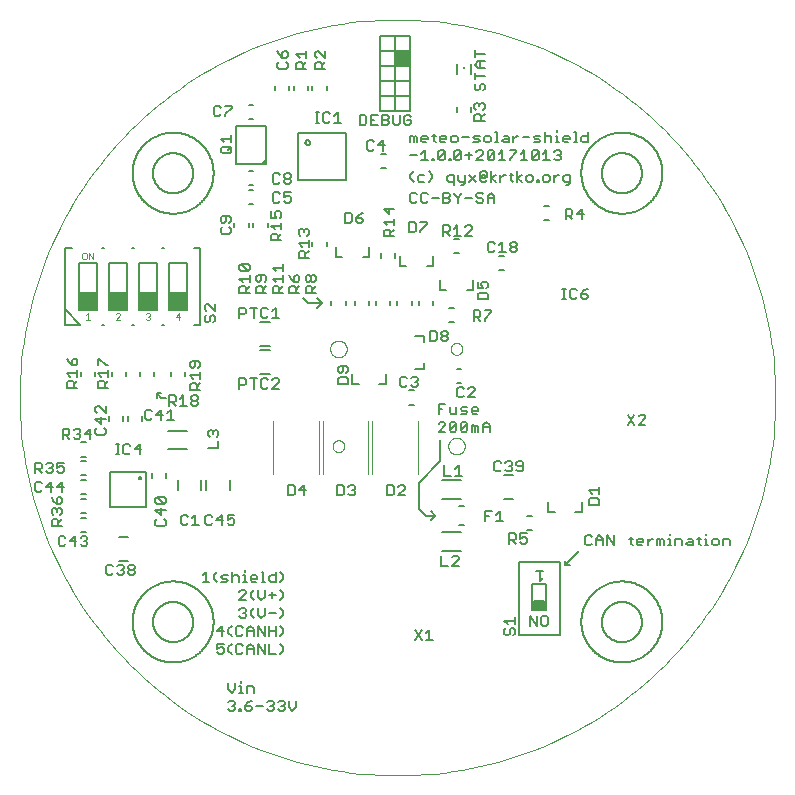
<source format=gto>
G75*
%MOIN*%
%OFA0B0*%
%FSLAX25Y25*%
%IPPOS*%
%LPD*%
%AMOC8*
5,1,8,0,0,1.08239X$1,22.5*
%
%ADD10C,0.00394*%
%ADD11C,0.00787*%
%ADD12C,0.00600*%
%ADD13C,0.00500*%
%ADD14R,0.05000X0.05000*%
%ADD15R,0.00787X0.00787*%
%ADD16C,0.00400*%
%ADD17C,0.00000*%
%ADD18C,0.00800*%
%ADD19C,0.00200*%
%ADD20R,0.05906X0.05906*%
D10*
X0001394Y0127378D02*
X0001432Y0130470D01*
X0001546Y0133560D01*
X0001735Y0136646D01*
X0002001Y0139727D01*
X0002341Y0142800D01*
X0002758Y0145864D01*
X0003249Y0148916D01*
X0003815Y0151956D01*
X0004455Y0154981D01*
X0005170Y0157990D01*
X0005958Y0160980D01*
X0006819Y0163949D01*
X0007753Y0166897D01*
X0008759Y0169821D01*
X0009836Y0172719D01*
X0010984Y0175590D01*
X0012202Y0178432D01*
X0013490Y0181243D01*
X0014846Y0184022D01*
X0016270Y0186766D01*
X0017761Y0189475D01*
X0019318Y0192147D01*
X0020940Y0194779D01*
X0022626Y0197371D01*
X0024375Y0199921D01*
X0026187Y0202427D01*
X0028059Y0204887D01*
X0029991Y0207301D01*
X0031982Y0209667D01*
X0034030Y0211984D01*
X0036134Y0214249D01*
X0038294Y0216462D01*
X0040507Y0218622D01*
X0042772Y0220726D01*
X0045089Y0222774D01*
X0047455Y0224765D01*
X0049869Y0226697D01*
X0052329Y0228569D01*
X0054835Y0230381D01*
X0057385Y0232130D01*
X0059977Y0233816D01*
X0062609Y0235438D01*
X0065281Y0236995D01*
X0067990Y0238486D01*
X0070734Y0239910D01*
X0073513Y0241266D01*
X0076324Y0242554D01*
X0079166Y0243772D01*
X0082037Y0244920D01*
X0084935Y0245997D01*
X0087859Y0247003D01*
X0090807Y0247937D01*
X0093776Y0248798D01*
X0096766Y0249586D01*
X0099775Y0250301D01*
X0102800Y0250941D01*
X0105840Y0251507D01*
X0108892Y0251998D01*
X0111956Y0252415D01*
X0115029Y0252755D01*
X0118110Y0253021D01*
X0121196Y0253210D01*
X0124286Y0253324D01*
X0127378Y0253362D01*
X0130470Y0253324D01*
X0133560Y0253210D01*
X0136646Y0253021D01*
X0139727Y0252755D01*
X0142800Y0252415D01*
X0145864Y0251998D01*
X0148916Y0251507D01*
X0151956Y0250941D01*
X0154981Y0250301D01*
X0157990Y0249586D01*
X0160980Y0248798D01*
X0163949Y0247937D01*
X0166897Y0247003D01*
X0169821Y0245997D01*
X0172719Y0244920D01*
X0175590Y0243772D01*
X0178432Y0242554D01*
X0181243Y0241266D01*
X0184022Y0239910D01*
X0186766Y0238486D01*
X0189475Y0236995D01*
X0192147Y0235438D01*
X0194779Y0233816D01*
X0197371Y0232130D01*
X0199921Y0230381D01*
X0202427Y0228569D01*
X0204887Y0226697D01*
X0207301Y0224765D01*
X0209667Y0222774D01*
X0211984Y0220726D01*
X0214249Y0218622D01*
X0216462Y0216462D01*
X0218622Y0214249D01*
X0220726Y0211984D01*
X0222774Y0209667D01*
X0224765Y0207301D01*
X0226697Y0204887D01*
X0228569Y0202427D01*
X0230381Y0199921D01*
X0232130Y0197371D01*
X0233816Y0194779D01*
X0235438Y0192147D01*
X0236995Y0189475D01*
X0238486Y0186766D01*
X0239910Y0184022D01*
X0241266Y0181243D01*
X0242554Y0178432D01*
X0243772Y0175590D01*
X0244920Y0172719D01*
X0245997Y0169821D01*
X0247003Y0166897D01*
X0247937Y0163949D01*
X0248798Y0160980D01*
X0249586Y0157990D01*
X0250301Y0154981D01*
X0250941Y0151956D01*
X0251507Y0148916D01*
X0251998Y0145864D01*
X0252415Y0142800D01*
X0252755Y0139727D01*
X0253021Y0136646D01*
X0253210Y0133560D01*
X0253324Y0130470D01*
X0253362Y0127378D01*
X0253324Y0124286D01*
X0253210Y0121196D01*
X0253021Y0118110D01*
X0252755Y0115029D01*
X0252415Y0111956D01*
X0251998Y0108892D01*
X0251507Y0105840D01*
X0250941Y0102800D01*
X0250301Y0099775D01*
X0249586Y0096766D01*
X0248798Y0093776D01*
X0247937Y0090807D01*
X0247003Y0087859D01*
X0245997Y0084935D01*
X0244920Y0082037D01*
X0243772Y0079166D01*
X0242554Y0076324D01*
X0241266Y0073513D01*
X0239910Y0070734D01*
X0238486Y0067990D01*
X0236995Y0065281D01*
X0235438Y0062609D01*
X0233816Y0059977D01*
X0232130Y0057385D01*
X0230381Y0054835D01*
X0228569Y0052329D01*
X0226697Y0049869D01*
X0224765Y0047455D01*
X0222774Y0045089D01*
X0220726Y0042772D01*
X0218622Y0040507D01*
X0216462Y0038294D01*
X0214249Y0036134D01*
X0211984Y0034030D01*
X0209667Y0031982D01*
X0207301Y0029991D01*
X0204887Y0028059D01*
X0202427Y0026187D01*
X0199921Y0024375D01*
X0197371Y0022626D01*
X0194779Y0020940D01*
X0192147Y0019318D01*
X0189475Y0017761D01*
X0186766Y0016270D01*
X0184022Y0014846D01*
X0181243Y0013490D01*
X0178432Y0012202D01*
X0175590Y0010984D01*
X0172719Y0009836D01*
X0169821Y0008759D01*
X0166897Y0007753D01*
X0163949Y0006819D01*
X0160980Y0005958D01*
X0157990Y0005170D01*
X0154981Y0004455D01*
X0151956Y0003815D01*
X0148916Y0003249D01*
X0145864Y0002758D01*
X0142800Y0002341D01*
X0139727Y0002001D01*
X0136646Y0001735D01*
X0133560Y0001546D01*
X0130470Y0001432D01*
X0127378Y0001394D01*
X0124286Y0001432D01*
X0121196Y0001546D01*
X0118110Y0001735D01*
X0115029Y0002001D01*
X0111956Y0002341D01*
X0108892Y0002758D01*
X0105840Y0003249D01*
X0102800Y0003815D01*
X0099775Y0004455D01*
X0096766Y0005170D01*
X0093776Y0005958D01*
X0090807Y0006819D01*
X0087859Y0007753D01*
X0084935Y0008759D01*
X0082037Y0009836D01*
X0079166Y0010984D01*
X0076324Y0012202D01*
X0073513Y0013490D01*
X0070734Y0014846D01*
X0067990Y0016270D01*
X0065281Y0017761D01*
X0062609Y0019318D01*
X0059977Y0020940D01*
X0057385Y0022626D01*
X0054835Y0024375D01*
X0052329Y0026187D01*
X0049869Y0028059D01*
X0047455Y0029991D01*
X0045089Y0031982D01*
X0042772Y0034030D01*
X0040507Y0036134D01*
X0038294Y0038294D01*
X0036134Y0040507D01*
X0034030Y0042772D01*
X0031982Y0045089D01*
X0029991Y0047455D01*
X0028059Y0049869D01*
X0026187Y0052329D01*
X0024375Y0054835D01*
X0022626Y0057385D01*
X0020940Y0059977D01*
X0019318Y0062609D01*
X0017761Y0065281D01*
X0016270Y0067990D01*
X0014846Y0070734D01*
X0013490Y0073513D01*
X0012202Y0076324D01*
X0010984Y0079166D01*
X0009836Y0082037D01*
X0008759Y0084935D01*
X0007753Y0087859D01*
X0006819Y0090807D01*
X0005958Y0093776D01*
X0005170Y0096766D01*
X0004455Y0099775D01*
X0003815Y0102800D01*
X0003249Y0105840D01*
X0002758Y0108892D01*
X0002341Y0111956D01*
X0002001Y0115029D01*
X0001735Y0118110D01*
X0001546Y0121196D01*
X0001432Y0124286D01*
X0001394Y0127378D01*
D11*
X0021866Y0134465D02*
X0021866Y0136039D01*
X0026591Y0136039D02*
X0026591Y0134465D01*
X0032102Y0134465D02*
X0032102Y0136039D01*
X0036827Y0136039D02*
X0036827Y0134465D01*
X0041551Y0134465D02*
X0041551Y0136039D01*
X0046276Y0136039D02*
X0046276Y0134465D01*
X0051787Y0134465D02*
X0051787Y0136039D01*
X0056512Y0136039D02*
X0056512Y0134465D01*
X0050213Y0127378D02*
X0048638Y0127378D01*
X0047063Y0128953D01*
X0048638Y0128953D01*
X0047063Y0128953D02*
X0047063Y0127378D01*
X0042339Y0121079D02*
X0042339Y0119504D01*
X0037614Y0119504D02*
X0037614Y0121079D01*
X0036039Y0121079D02*
X0036039Y0119504D01*
X0031315Y0119504D02*
X0031315Y0121079D01*
X0023441Y0112417D02*
X0021866Y0112417D01*
X0021866Y0107693D02*
X0023441Y0107693D01*
X0023441Y0106118D02*
X0021866Y0106118D01*
X0021866Y0101394D02*
X0023441Y0101394D01*
X0023441Y0099819D02*
X0021866Y0099819D01*
X0021866Y0095094D02*
X0023441Y0095094D01*
X0023441Y0093520D02*
X0021866Y0093520D01*
X0021866Y0088795D02*
X0023441Y0088795D01*
X0023441Y0087220D02*
X0021866Y0087220D01*
X0021866Y0082496D02*
X0023441Y0082496D01*
X0034465Y0080921D02*
X0037614Y0080921D01*
X0037614Y0073047D02*
X0034465Y0073047D01*
X0031709Y0090764D02*
X0031709Y0102575D01*
X0043520Y0102575D01*
X0043520Y0090764D01*
X0031709Y0090764D01*
X0045488Y0100606D02*
X0045488Y0102181D01*
X0050213Y0102181D02*
X0050213Y0100606D01*
X0054150Y0099819D02*
X0054150Y0096669D01*
X0062024Y0096669D02*
X0062024Y0099819D01*
X0063598Y0099819D02*
X0063598Y0096669D01*
X0071472Y0096669D02*
X0071472Y0099819D01*
X0057299Y0110055D02*
X0051000Y0110055D01*
X0051000Y0116354D02*
X0057299Y0116354D01*
X0081709Y0135252D02*
X0084858Y0135252D01*
X0084858Y0143126D02*
X0081709Y0143126D01*
X0081709Y0144701D02*
X0084858Y0144701D01*
X0084858Y0152575D02*
X0081709Y0152575D01*
X0095882Y0160449D02*
X0097457Y0158874D01*
X0102181Y0158874D01*
X0100606Y0157299D01*
X0102181Y0158874D02*
X0100606Y0160449D01*
X0105331Y0159661D02*
X0105331Y0158087D01*
X0110055Y0158087D02*
X0110055Y0159661D01*
X0113205Y0159661D02*
X0113205Y0158087D01*
X0117929Y0158087D02*
X0117929Y0159661D01*
X0120291Y0159661D02*
X0120291Y0158087D01*
X0125016Y0158087D02*
X0125016Y0159661D01*
X0127378Y0159661D02*
X0127378Y0158087D01*
X0132102Y0158087D02*
X0132102Y0159661D01*
X0134465Y0159661D02*
X0134465Y0158087D01*
X0139189Y0158087D02*
X0139189Y0159661D01*
X0144701Y0157299D02*
X0146276Y0157299D01*
X0146276Y0152575D02*
X0144701Y0152575D01*
X0147063Y0136827D02*
X0148638Y0136827D01*
X0148638Y0132102D02*
X0147063Y0132102D01*
X0132890Y0129740D02*
X0131315Y0129740D01*
X0131315Y0125016D02*
X0132890Y0125016D01*
X0141551Y0113205D02*
X0141551Y0106118D01*
X0134465Y0099031D01*
X0134465Y0090370D01*
X0136827Y0088008D01*
X0139976Y0088008D01*
X0138402Y0086433D01*
X0139976Y0088008D02*
X0138402Y0089583D01*
X0142339Y0093520D02*
X0148638Y0093520D01*
X0147850Y0091157D02*
X0149425Y0091157D01*
X0149425Y0084858D02*
X0147850Y0084858D01*
X0148638Y0082496D02*
X0142339Y0082496D01*
X0142339Y0076197D02*
X0148638Y0076197D01*
X0162811Y0093520D02*
X0165961Y0093520D01*
X0170685Y0088008D02*
X0172260Y0088008D01*
X0172260Y0083283D02*
X0170685Y0083283D01*
X0183283Y0073047D02*
X0183283Y0071472D01*
X0184858Y0071472D01*
X0183283Y0071472D02*
X0188008Y0076197D01*
X0165961Y0101394D02*
X0162811Y0101394D01*
X0148638Y0099819D02*
X0142339Y0099819D01*
X0161236Y0169898D02*
X0162811Y0169898D01*
X0162811Y0174622D02*
X0161236Y0174622D01*
X0147850Y0175409D02*
X0146276Y0175409D01*
X0146276Y0180134D02*
X0147850Y0180134D01*
X0126591Y0175409D02*
X0126591Y0173835D01*
X0121866Y0173835D02*
X0121866Y0175409D01*
X0103756Y0177772D02*
X0103756Y0179346D01*
X0099031Y0179346D02*
X0099031Y0177772D01*
X0084071Y0184071D02*
X0084071Y0185646D01*
X0079346Y0185646D02*
X0079346Y0184071D01*
X0077772Y0184071D02*
X0077772Y0185646D01*
X0073047Y0185646D02*
X0073047Y0184071D01*
X0077772Y0191945D02*
X0079346Y0191945D01*
X0079346Y0196669D02*
X0077772Y0196669D01*
X0077772Y0198244D02*
X0079346Y0198244D01*
X0079346Y0202969D02*
X0077772Y0202969D01*
X0077772Y0220291D02*
X0079346Y0220291D01*
X0079346Y0225016D02*
X0077772Y0225016D01*
X0086433Y0229740D02*
X0086433Y0231315D01*
X0091157Y0231315D02*
X0091157Y0229740D01*
X0092732Y0229740D02*
X0092732Y0231315D01*
X0097457Y0231315D02*
X0097457Y0229740D01*
X0099031Y0229740D02*
X0099031Y0231315D01*
X0103756Y0231315D02*
X0103756Y0229740D01*
X0121866Y0208480D02*
X0123441Y0208480D01*
X0123441Y0203756D02*
X0121866Y0203756D01*
X0147063Y0222654D02*
X0147063Y0224228D01*
X0151787Y0224228D02*
X0151787Y0222654D01*
X0151787Y0235252D02*
X0151787Y0238402D01*
X0147063Y0238402D02*
X0147063Y0235252D01*
X0176197Y0191157D02*
X0177772Y0191157D01*
X0177772Y0186433D02*
X0176197Y0186433D01*
D12*
X0045882Y0052575D02*
X0045884Y0052739D01*
X0045890Y0052903D01*
X0045900Y0053067D01*
X0045914Y0053231D01*
X0045932Y0053394D01*
X0045954Y0053557D01*
X0045981Y0053719D01*
X0046011Y0053881D01*
X0046045Y0054041D01*
X0046083Y0054201D01*
X0046124Y0054360D01*
X0046170Y0054518D01*
X0046220Y0054674D01*
X0046273Y0054830D01*
X0046330Y0054984D01*
X0046391Y0055136D01*
X0046456Y0055287D01*
X0046525Y0055437D01*
X0046597Y0055584D01*
X0046672Y0055730D01*
X0046752Y0055874D01*
X0046834Y0056016D01*
X0046920Y0056156D01*
X0047010Y0056293D01*
X0047103Y0056429D01*
X0047199Y0056562D01*
X0047299Y0056693D01*
X0047401Y0056821D01*
X0047507Y0056947D01*
X0047616Y0057070D01*
X0047728Y0057190D01*
X0047842Y0057308D01*
X0047960Y0057422D01*
X0048080Y0057534D01*
X0048203Y0057643D01*
X0048329Y0057749D01*
X0048457Y0057851D01*
X0048588Y0057951D01*
X0048721Y0058047D01*
X0048857Y0058140D01*
X0048994Y0058230D01*
X0049134Y0058316D01*
X0049276Y0058398D01*
X0049420Y0058478D01*
X0049566Y0058553D01*
X0049713Y0058625D01*
X0049863Y0058694D01*
X0050014Y0058759D01*
X0050166Y0058820D01*
X0050320Y0058877D01*
X0050476Y0058930D01*
X0050632Y0058980D01*
X0050790Y0059026D01*
X0050949Y0059067D01*
X0051109Y0059105D01*
X0051269Y0059139D01*
X0051431Y0059169D01*
X0051593Y0059196D01*
X0051756Y0059218D01*
X0051919Y0059236D01*
X0052083Y0059250D01*
X0052247Y0059260D01*
X0052411Y0059266D01*
X0052575Y0059268D01*
X0052739Y0059266D01*
X0052903Y0059260D01*
X0053067Y0059250D01*
X0053231Y0059236D01*
X0053394Y0059218D01*
X0053557Y0059196D01*
X0053719Y0059169D01*
X0053881Y0059139D01*
X0054041Y0059105D01*
X0054201Y0059067D01*
X0054360Y0059026D01*
X0054518Y0058980D01*
X0054674Y0058930D01*
X0054830Y0058877D01*
X0054984Y0058820D01*
X0055136Y0058759D01*
X0055287Y0058694D01*
X0055437Y0058625D01*
X0055584Y0058553D01*
X0055730Y0058478D01*
X0055874Y0058398D01*
X0056016Y0058316D01*
X0056156Y0058230D01*
X0056293Y0058140D01*
X0056429Y0058047D01*
X0056562Y0057951D01*
X0056693Y0057851D01*
X0056821Y0057749D01*
X0056947Y0057643D01*
X0057070Y0057534D01*
X0057190Y0057422D01*
X0057308Y0057308D01*
X0057422Y0057190D01*
X0057534Y0057070D01*
X0057643Y0056947D01*
X0057749Y0056821D01*
X0057851Y0056693D01*
X0057951Y0056562D01*
X0058047Y0056429D01*
X0058140Y0056293D01*
X0058230Y0056156D01*
X0058316Y0056016D01*
X0058398Y0055874D01*
X0058478Y0055730D01*
X0058553Y0055584D01*
X0058625Y0055437D01*
X0058694Y0055287D01*
X0058759Y0055136D01*
X0058820Y0054984D01*
X0058877Y0054830D01*
X0058930Y0054674D01*
X0058980Y0054518D01*
X0059026Y0054360D01*
X0059067Y0054201D01*
X0059105Y0054041D01*
X0059139Y0053881D01*
X0059169Y0053719D01*
X0059196Y0053557D01*
X0059218Y0053394D01*
X0059236Y0053231D01*
X0059250Y0053067D01*
X0059260Y0052903D01*
X0059266Y0052739D01*
X0059268Y0052575D01*
X0059266Y0052411D01*
X0059260Y0052247D01*
X0059250Y0052083D01*
X0059236Y0051919D01*
X0059218Y0051756D01*
X0059196Y0051593D01*
X0059169Y0051431D01*
X0059139Y0051269D01*
X0059105Y0051109D01*
X0059067Y0050949D01*
X0059026Y0050790D01*
X0058980Y0050632D01*
X0058930Y0050476D01*
X0058877Y0050320D01*
X0058820Y0050166D01*
X0058759Y0050014D01*
X0058694Y0049863D01*
X0058625Y0049713D01*
X0058553Y0049566D01*
X0058478Y0049420D01*
X0058398Y0049276D01*
X0058316Y0049134D01*
X0058230Y0048994D01*
X0058140Y0048857D01*
X0058047Y0048721D01*
X0057951Y0048588D01*
X0057851Y0048457D01*
X0057749Y0048329D01*
X0057643Y0048203D01*
X0057534Y0048080D01*
X0057422Y0047960D01*
X0057308Y0047842D01*
X0057190Y0047728D01*
X0057070Y0047616D01*
X0056947Y0047507D01*
X0056821Y0047401D01*
X0056693Y0047299D01*
X0056562Y0047199D01*
X0056429Y0047103D01*
X0056293Y0047010D01*
X0056156Y0046920D01*
X0056016Y0046834D01*
X0055874Y0046752D01*
X0055730Y0046672D01*
X0055584Y0046597D01*
X0055437Y0046525D01*
X0055287Y0046456D01*
X0055136Y0046391D01*
X0054984Y0046330D01*
X0054830Y0046273D01*
X0054674Y0046220D01*
X0054518Y0046170D01*
X0054360Y0046124D01*
X0054201Y0046083D01*
X0054041Y0046045D01*
X0053881Y0046011D01*
X0053719Y0045981D01*
X0053557Y0045954D01*
X0053394Y0045932D01*
X0053231Y0045914D01*
X0053067Y0045900D01*
X0052903Y0045890D01*
X0052739Y0045884D01*
X0052575Y0045882D01*
X0052411Y0045884D01*
X0052247Y0045890D01*
X0052083Y0045900D01*
X0051919Y0045914D01*
X0051756Y0045932D01*
X0051593Y0045954D01*
X0051431Y0045981D01*
X0051269Y0046011D01*
X0051109Y0046045D01*
X0050949Y0046083D01*
X0050790Y0046124D01*
X0050632Y0046170D01*
X0050476Y0046220D01*
X0050320Y0046273D01*
X0050166Y0046330D01*
X0050014Y0046391D01*
X0049863Y0046456D01*
X0049713Y0046525D01*
X0049566Y0046597D01*
X0049420Y0046672D01*
X0049276Y0046752D01*
X0049134Y0046834D01*
X0048994Y0046920D01*
X0048857Y0047010D01*
X0048721Y0047103D01*
X0048588Y0047199D01*
X0048457Y0047299D01*
X0048329Y0047401D01*
X0048203Y0047507D01*
X0048080Y0047616D01*
X0047960Y0047728D01*
X0047842Y0047842D01*
X0047728Y0047960D01*
X0047616Y0048080D01*
X0047507Y0048203D01*
X0047401Y0048329D01*
X0047299Y0048457D01*
X0047199Y0048588D01*
X0047103Y0048721D01*
X0047010Y0048857D01*
X0046920Y0048994D01*
X0046834Y0049134D01*
X0046752Y0049276D01*
X0046672Y0049420D01*
X0046597Y0049566D01*
X0046525Y0049713D01*
X0046456Y0049863D01*
X0046391Y0050014D01*
X0046330Y0050166D01*
X0046273Y0050320D01*
X0046220Y0050476D01*
X0046170Y0050632D01*
X0046124Y0050790D01*
X0046083Y0050949D01*
X0046045Y0051109D01*
X0046011Y0051269D01*
X0045981Y0051431D01*
X0045954Y0051593D01*
X0045932Y0051756D01*
X0045914Y0051919D01*
X0045900Y0052083D01*
X0045890Y0052247D01*
X0045884Y0052411D01*
X0045882Y0052575D01*
X0039075Y0052575D02*
X0039079Y0052906D01*
X0039091Y0053237D01*
X0039112Y0053568D01*
X0039140Y0053898D01*
X0039177Y0054228D01*
X0039221Y0054556D01*
X0039274Y0054883D01*
X0039334Y0055209D01*
X0039403Y0055533D01*
X0039480Y0055855D01*
X0039564Y0056176D01*
X0039656Y0056494D01*
X0039756Y0056810D01*
X0039864Y0057123D01*
X0039980Y0057434D01*
X0040103Y0057741D01*
X0040233Y0058046D01*
X0040371Y0058347D01*
X0040516Y0058645D01*
X0040669Y0058939D01*
X0040829Y0059229D01*
X0040996Y0059515D01*
X0041169Y0059797D01*
X0041350Y0060075D01*
X0041538Y0060348D01*
X0041732Y0060617D01*
X0041932Y0060881D01*
X0042139Y0061139D01*
X0042353Y0061393D01*
X0042572Y0061641D01*
X0042798Y0061884D01*
X0043029Y0062121D01*
X0043266Y0062352D01*
X0043509Y0062578D01*
X0043757Y0062797D01*
X0044011Y0063011D01*
X0044269Y0063218D01*
X0044533Y0063418D01*
X0044802Y0063612D01*
X0045075Y0063800D01*
X0045353Y0063981D01*
X0045635Y0064154D01*
X0045921Y0064321D01*
X0046211Y0064481D01*
X0046505Y0064634D01*
X0046803Y0064779D01*
X0047104Y0064917D01*
X0047409Y0065047D01*
X0047716Y0065170D01*
X0048027Y0065286D01*
X0048340Y0065394D01*
X0048656Y0065494D01*
X0048974Y0065586D01*
X0049295Y0065670D01*
X0049617Y0065747D01*
X0049941Y0065816D01*
X0050267Y0065876D01*
X0050594Y0065929D01*
X0050922Y0065973D01*
X0051252Y0066010D01*
X0051582Y0066038D01*
X0051913Y0066059D01*
X0052244Y0066071D01*
X0052575Y0066075D01*
X0052906Y0066071D01*
X0053237Y0066059D01*
X0053568Y0066038D01*
X0053898Y0066010D01*
X0054228Y0065973D01*
X0054556Y0065929D01*
X0054883Y0065876D01*
X0055209Y0065816D01*
X0055533Y0065747D01*
X0055855Y0065670D01*
X0056176Y0065586D01*
X0056494Y0065494D01*
X0056810Y0065394D01*
X0057123Y0065286D01*
X0057434Y0065170D01*
X0057741Y0065047D01*
X0058046Y0064917D01*
X0058347Y0064779D01*
X0058645Y0064634D01*
X0058939Y0064481D01*
X0059229Y0064321D01*
X0059515Y0064154D01*
X0059797Y0063981D01*
X0060075Y0063800D01*
X0060348Y0063612D01*
X0060617Y0063418D01*
X0060881Y0063218D01*
X0061139Y0063011D01*
X0061393Y0062797D01*
X0061641Y0062578D01*
X0061884Y0062352D01*
X0062121Y0062121D01*
X0062352Y0061884D01*
X0062578Y0061641D01*
X0062797Y0061393D01*
X0063011Y0061139D01*
X0063218Y0060881D01*
X0063418Y0060617D01*
X0063612Y0060348D01*
X0063800Y0060075D01*
X0063981Y0059797D01*
X0064154Y0059515D01*
X0064321Y0059229D01*
X0064481Y0058939D01*
X0064634Y0058645D01*
X0064779Y0058347D01*
X0064917Y0058046D01*
X0065047Y0057741D01*
X0065170Y0057434D01*
X0065286Y0057123D01*
X0065394Y0056810D01*
X0065494Y0056494D01*
X0065586Y0056176D01*
X0065670Y0055855D01*
X0065747Y0055533D01*
X0065816Y0055209D01*
X0065876Y0054883D01*
X0065929Y0054556D01*
X0065973Y0054228D01*
X0066010Y0053898D01*
X0066038Y0053568D01*
X0066059Y0053237D01*
X0066071Y0052906D01*
X0066075Y0052575D01*
X0066071Y0052244D01*
X0066059Y0051913D01*
X0066038Y0051582D01*
X0066010Y0051252D01*
X0065973Y0050922D01*
X0065929Y0050594D01*
X0065876Y0050267D01*
X0065816Y0049941D01*
X0065747Y0049617D01*
X0065670Y0049295D01*
X0065586Y0048974D01*
X0065494Y0048656D01*
X0065394Y0048340D01*
X0065286Y0048027D01*
X0065170Y0047716D01*
X0065047Y0047409D01*
X0064917Y0047104D01*
X0064779Y0046803D01*
X0064634Y0046505D01*
X0064481Y0046211D01*
X0064321Y0045921D01*
X0064154Y0045635D01*
X0063981Y0045353D01*
X0063800Y0045075D01*
X0063612Y0044802D01*
X0063418Y0044533D01*
X0063218Y0044269D01*
X0063011Y0044011D01*
X0062797Y0043757D01*
X0062578Y0043509D01*
X0062352Y0043266D01*
X0062121Y0043029D01*
X0061884Y0042798D01*
X0061641Y0042572D01*
X0061393Y0042353D01*
X0061139Y0042139D01*
X0060881Y0041932D01*
X0060617Y0041732D01*
X0060348Y0041538D01*
X0060075Y0041350D01*
X0059797Y0041169D01*
X0059515Y0040996D01*
X0059229Y0040829D01*
X0058939Y0040669D01*
X0058645Y0040516D01*
X0058347Y0040371D01*
X0058046Y0040233D01*
X0057741Y0040103D01*
X0057434Y0039980D01*
X0057123Y0039864D01*
X0056810Y0039756D01*
X0056494Y0039656D01*
X0056176Y0039564D01*
X0055855Y0039480D01*
X0055533Y0039403D01*
X0055209Y0039334D01*
X0054883Y0039274D01*
X0054556Y0039221D01*
X0054228Y0039177D01*
X0053898Y0039140D01*
X0053568Y0039112D01*
X0053237Y0039091D01*
X0052906Y0039079D01*
X0052575Y0039075D01*
X0052244Y0039079D01*
X0051913Y0039091D01*
X0051582Y0039112D01*
X0051252Y0039140D01*
X0050922Y0039177D01*
X0050594Y0039221D01*
X0050267Y0039274D01*
X0049941Y0039334D01*
X0049617Y0039403D01*
X0049295Y0039480D01*
X0048974Y0039564D01*
X0048656Y0039656D01*
X0048340Y0039756D01*
X0048027Y0039864D01*
X0047716Y0039980D01*
X0047409Y0040103D01*
X0047104Y0040233D01*
X0046803Y0040371D01*
X0046505Y0040516D01*
X0046211Y0040669D01*
X0045921Y0040829D01*
X0045635Y0040996D01*
X0045353Y0041169D01*
X0045075Y0041350D01*
X0044802Y0041538D01*
X0044533Y0041732D01*
X0044269Y0041932D01*
X0044011Y0042139D01*
X0043757Y0042353D01*
X0043509Y0042572D01*
X0043266Y0042798D01*
X0043029Y0043029D01*
X0042798Y0043266D01*
X0042572Y0043509D01*
X0042353Y0043757D01*
X0042139Y0044011D01*
X0041932Y0044269D01*
X0041732Y0044533D01*
X0041538Y0044802D01*
X0041350Y0045075D01*
X0041169Y0045353D01*
X0040996Y0045635D01*
X0040829Y0045921D01*
X0040669Y0046211D01*
X0040516Y0046505D01*
X0040371Y0046803D01*
X0040233Y0047104D01*
X0040103Y0047409D01*
X0039980Y0047716D01*
X0039864Y0048027D01*
X0039756Y0048340D01*
X0039656Y0048656D01*
X0039564Y0048974D01*
X0039480Y0049295D01*
X0039403Y0049617D01*
X0039334Y0049941D01*
X0039274Y0050267D01*
X0039221Y0050594D01*
X0039177Y0050922D01*
X0039140Y0051252D01*
X0039112Y0051582D01*
X0039091Y0051913D01*
X0039079Y0052244D01*
X0039075Y0052575D01*
X0039358Y0068284D02*
X0038223Y0068284D01*
X0037656Y0068851D01*
X0037656Y0069419D01*
X0038223Y0069986D01*
X0039358Y0069986D01*
X0039925Y0069419D01*
X0039925Y0068851D01*
X0039358Y0068284D01*
X0039358Y0069986D02*
X0039925Y0070553D01*
X0039925Y0071120D01*
X0039358Y0071687D01*
X0038223Y0071687D01*
X0037656Y0071120D01*
X0037656Y0070553D01*
X0038223Y0069986D01*
X0036242Y0070553D02*
X0035675Y0069986D01*
X0036242Y0069419D01*
X0036242Y0068851D01*
X0035675Y0068284D01*
X0034540Y0068284D01*
X0033973Y0068851D01*
X0032559Y0068851D02*
X0031991Y0068284D01*
X0030857Y0068284D01*
X0030290Y0068851D01*
X0030290Y0071120D01*
X0030857Y0071687D01*
X0031991Y0071687D01*
X0032559Y0071120D01*
X0033973Y0071120D02*
X0034540Y0071687D01*
X0035675Y0071687D01*
X0036242Y0071120D01*
X0036242Y0070553D01*
X0035675Y0069986D02*
X0035107Y0069986D01*
X0024039Y0078438D02*
X0023472Y0077871D01*
X0022338Y0077871D01*
X0021770Y0078438D01*
X0022905Y0079572D02*
X0023472Y0079572D01*
X0024039Y0079005D01*
X0024039Y0078438D01*
X0023472Y0079572D02*
X0024039Y0080139D01*
X0024039Y0080707D01*
X0023472Y0081274D01*
X0022338Y0081274D01*
X0021770Y0080707D01*
X0020356Y0079572D02*
X0018087Y0079572D01*
X0019789Y0081274D01*
X0019789Y0077871D01*
X0016673Y0078438D02*
X0016106Y0077871D01*
X0014971Y0077871D01*
X0014404Y0078438D01*
X0014404Y0080707D01*
X0014971Y0081274D01*
X0016106Y0081274D01*
X0016673Y0080707D01*
X0015468Y0084483D02*
X0012065Y0084483D01*
X0012065Y0086184D01*
X0012632Y0086751D01*
X0013766Y0086751D01*
X0014333Y0086184D01*
X0014333Y0084483D01*
X0014333Y0085617D02*
X0015468Y0086751D01*
X0014901Y0088166D02*
X0015468Y0088733D01*
X0015468Y0089867D01*
X0014901Y0090435D01*
X0014333Y0090435D01*
X0013766Y0089867D01*
X0013766Y0089300D01*
X0013766Y0089867D02*
X0013199Y0090435D01*
X0012632Y0090435D01*
X0012065Y0089867D01*
X0012065Y0088733D01*
X0012632Y0088166D01*
X0013766Y0091849D02*
X0013766Y0093551D01*
X0014333Y0094118D01*
X0014901Y0094118D01*
X0015468Y0093551D01*
X0015468Y0092416D01*
X0014901Y0091849D01*
X0013766Y0091849D01*
X0012632Y0092983D01*
X0012065Y0094118D01*
X0011915Y0095981D02*
X0011915Y0099384D01*
X0010213Y0097683D01*
X0012482Y0097683D01*
X0013896Y0097683D02*
X0016165Y0097683D01*
X0015598Y0095981D02*
X0015598Y0099384D01*
X0013896Y0097683D01*
X0014464Y0102280D02*
X0013896Y0102847D01*
X0014464Y0102280D02*
X0015598Y0102280D01*
X0016165Y0102847D01*
X0016165Y0103982D01*
X0015598Y0104549D01*
X0015031Y0104549D01*
X0013896Y0103982D01*
X0013896Y0105683D01*
X0016165Y0105683D01*
X0012482Y0105116D02*
X0012482Y0104549D01*
X0011915Y0103982D01*
X0012482Y0103415D01*
X0012482Y0102847D01*
X0011915Y0102280D01*
X0010780Y0102280D01*
X0010213Y0102847D01*
X0008799Y0102280D02*
X0007664Y0103415D01*
X0008232Y0103415D02*
X0006530Y0103415D01*
X0006530Y0102280D02*
X0006530Y0105683D01*
X0008232Y0105683D01*
X0008799Y0105116D01*
X0008799Y0103982D01*
X0008232Y0103415D01*
X0010213Y0105116D02*
X0010780Y0105683D01*
X0011915Y0105683D01*
X0012482Y0105116D01*
X0011915Y0103982D02*
X0011348Y0103982D01*
X0008232Y0099384D02*
X0007097Y0099384D01*
X0006530Y0098817D01*
X0006530Y0096548D01*
X0007097Y0095981D01*
X0008232Y0095981D01*
X0008799Y0096548D01*
X0008799Y0098817D02*
X0008232Y0099384D01*
X0015729Y0113643D02*
X0015729Y0117045D01*
X0017431Y0117045D01*
X0017998Y0116478D01*
X0017998Y0115344D01*
X0017431Y0114777D01*
X0015729Y0114777D01*
X0016863Y0114777D02*
X0017998Y0113643D01*
X0019412Y0114210D02*
X0019979Y0113643D01*
X0021114Y0113643D01*
X0021681Y0114210D01*
X0021681Y0114777D01*
X0021114Y0115344D01*
X0020547Y0115344D01*
X0021114Y0115344D02*
X0021681Y0115911D01*
X0021681Y0116478D01*
X0021114Y0117045D01*
X0019979Y0117045D01*
X0019412Y0116478D01*
X0023095Y0115344D02*
X0025364Y0115344D01*
X0026687Y0115509D02*
X0026687Y0116643D01*
X0027254Y0117210D01*
X0026687Y0115509D02*
X0027254Y0114942D01*
X0029523Y0114942D01*
X0030090Y0115509D01*
X0030090Y0116643D01*
X0029523Y0117210D01*
X0028388Y0118625D02*
X0028388Y0120893D01*
X0030090Y0120326D02*
X0026687Y0120326D01*
X0028388Y0118625D01*
X0027254Y0122308D02*
X0026687Y0122875D01*
X0026687Y0124009D01*
X0027254Y0124577D01*
X0027821Y0124577D01*
X0030090Y0122308D01*
X0030090Y0124577D01*
X0029743Y0130690D02*
X0029743Y0132391D01*
X0029176Y0132958D01*
X0028041Y0132958D01*
X0027474Y0132391D01*
X0027474Y0130690D01*
X0030877Y0130690D01*
X0029743Y0131824D02*
X0030877Y0132958D01*
X0030877Y0134373D02*
X0030877Y0136642D01*
X0030877Y0135507D02*
X0027474Y0135507D01*
X0028609Y0134373D01*
X0027474Y0138056D02*
X0027474Y0140325D01*
X0028041Y0140325D01*
X0030310Y0138056D01*
X0030877Y0138056D01*
X0020641Y0138623D02*
X0020641Y0139758D01*
X0020074Y0140325D01*
X0019507Y0140325D01*
X0018939Y0139758D01*
X0018939Y0138056D01*
X0020074Y0138056D01*
X0020641Y0138623D01*
X0018939Y0138056D02*
X0017805Y0139190D01*
X0017238Y0140325D01*
X0017238Y0135507D02*
X0020641Y0135507D01*
X0020641Y0134373D02*
X0020641Y0136642D01*
X0018372Y0134373D02*
X0017238Y0135507D01*
X0017805Y0132958D02*
X0018939Y0132958D01*
X0019507Y0132391D01*
X0019507Y0130690D01*
X0020641Y0130690D02*
X0017238Y0130690D01*
X0017238Y0132391D01*
X0017805Y0132958D01*
X0019507Y0131824D02*
X0020641Y0132958D01*
X0024797Y0117045D02*
X0023095Y0115344D01*
X0024797Y0113643D02*
X0024797Y0117045D01*
X0033583Y0111790D02*
X0034718Y0111790D01*
X0034151Y0111790D02*
X0034151Y0108387D01*
X0034718Y0108387D02*
X0033583Y0108387D01*
X0036039Y0108954D02*
X0036039Y0111222D01*
X0036606Y0111790D01*
X0037740Y0111790D01*
X0038307Y0111222D01*
X0039722Y0110088D02*
X0041991Y0110088D01*
X0041423Y0108387D02*
X0041423Y0111790D01*
X0039722Y0110088D01*
X0038307Y0108954D02*
X0037740Y0108387D01*
X0036606Y0108387D01*
X0036039Y0108954D01*
X0043855Y0119942D02*
X0043288Y0120509D01*
X0043288Y0122777D01*
X0043855Y0123345D01*
X0044990Y0123345D01*
X0045557Y0122777D01*
X0046971Y0121643D02*
X0049240Y0121643D01*
X0050654Y0122210D02*
X0051789Y0123345D01*
X0051789Y0119942D01*
X0052923Y0119942D02*
X0050654Y0119942D01*
X0048673Y0119942D02*
X0048673Y0123345D01*
X0046971Y0121643D01*
X0045557Y0120509D02*
X0044990Y0119942D01*
X0043855Y0119942D01*
X0051162Y0124666D02*
X0051162Y0128069D01*
X0052864Y0128069D01*
X0053431Y0127502D01*
X0053431Y0126368D01*
X0052864Y0125800D01*
X0051162Y0125800D01*
X0052297Y0125800D02*
X0053431Y0124666D01*
X0054845Y0124666D02*
X0057114Y0124666D01*
X0055980Y0124666D02*
X0055980Y0128069D01*
X0054845Y0126935D01*
X0058528Y0126935D02*
X0058528Y0127502D01*
X0059096Y0128069D01*
X0060230Y0128069D01*
X0060797Y0127502D01*
X0060797Y0126935D01*
X0060230Y0126368D01*
X0059096Y0126368D01*
X0058528Y0126935D01*
X0059096Y0126368D02*
X0058528Y0125800D01*
X0058528Y0125233D01*
X0059096Y0124666D01*
X0060230Y0124666D01*
X0060797Y0125233D01*
X0060797Y0125800D01*
X0060230Y0126368D01*
X0060452Y0129902D02*
X0060452Y0131604D01*
X0059884Y0132171D01*
X0058750Y0132171D01*
X0058183Y0131604D01*
X0058183Y0129902D01*
X0061586Y0129902D01*
X0060452Y0131037D02*
X0061586Y0132171D01*
X0061586Y0133586D02*
X0061586Y0135854D01*
X0061586Y0134720D02*
X0058183Y0134720D01*
X0059317Y0133586D01*
X0059317Y0137269D02*
X0059884Y0137836D01*
X0059884Y0139537D01*
X0058750Y0139537D02*
X0058183Y0138970D01*
X0058183Y0137836D01*
X0058750Y0137269D01*
X0059317Y0137269D01*
X0061019Y0137269D02*
X0061586Y0137836D01*
X0061586Y0138970D01*
X0061019Y0139537D01*
X0058750Y0139537D01*
X0063691Y0152481D02*
X0063124Y0153048D01*
X0063124Y0154183D01*
X0063691Y0154750D01*
X0064825Y0154183D02*
X0065392Y0154750D01*
X0065960Y0154750D01*
X0066527Y0154183D01*
X0066527Y0153048D01*
X0065960Y0152481D01*
X0064825Y0153048D02*
X0064825Y0154183D01*
X0064825Y0153048D02*
X0064258Y0152481D01*
X0063691Y0152481D01*
X0063691Y0156164D02*
X0063124Y0156731D01*
X0063124Y0157866D01*
X0063691Y0158433D01*
X0064258Y0158433D01*
X0066527Y0156164D01*
X0066527Y0158433D01*
X0074646Y0157341D02*
X0074646Y0153938D01*
X0074646Y0155072D02*
X0076348Y0155072D01*
X0076915Y0155639D01*
X0076915Y0156774D01*
X0076348Y0157341D01*
X0074646Y0157341D01*
X0078330Y0157341D02*
X0080598Y0157341D01*
X0079464Y0157341D02*
X0079464Y0153938D01*
X0082013Y0154505D02*
X0082013Y0156774D01*
X0082580Y0157341D01*
X0083714Y0157341D01*
X0084281Y0156774D01*
X0085696Y0156206D02*
X0086830Y0157341D01*
X0086830Y0153938D01*
X0085696Y0153938D02*
X0087964Y0153938D01*
X0084281Y0154505D02*
X0083714Y0153938D01*
X0082580Y0153938D01*
X0082013Y0154505D01*
X0082499Y0162186D02*
X0082499Y0163887D01*
X0081932Y0164454D01*
X0080797Y0164454D01*
X0080230Y0163887D01*
X0080230Y0162186D01*
X0083633Y0162186D01*
X0082499Y0163320D02*
X0083633Y0164454D01*
X0083066Y0165869D02*
X0083633Y0166436D01*
X0083633Y0167570D01*
X0083066Y0168138D01*
X0080797Y0168138D01*
X0080230Y0167570D01*
X0080230Y0166436D01*
X0080797Y0165869D01*
X0081364Y0165869D01*
X0081932Y0166436D01*
X0081932Y0168138D01*
X0085742Y0167003D02*
X0089145Y0167003D01*
X0089145Y0165869D02*
X0089145Y0168138D01*
X0089145Y0169552D02*
X0089145Y0171821D01*
X0089145Y0170686D02*
X0085742Y0170686D01*
X0086876Y0169552D01*
X0085742Y0167003D02*
X0086876Y0165869D01*
X0086309Y0164454D02*
X0087443Y0164454D01*
X0088011Y0163887D01*
X0088011Y0162186D01*
X0089145Y0162186D02*
X0085742Y0162186D01*
X0085742Y0163887D01*
X0086309Y0164454D01*
X0088011Y0163320D02*
X0089145Y0164454D01*
X0091254Y0163887D02*
X0091254Y0162186D01*
X0094657Y0162186D01*
X0093522Y0162186D02*
X0093522Y0163887D01*
X0092955Y0164454D01*
X0091821Y0164454D01*
X0091254Y0163887D01*
X0093522Y0163320D02*
X0094657Y0164454D01*
X0094090Y0165869D02*
X0094657Y0166436D01*
X0094657Y0167570D01*
X0094090Y0168138D01*
X0093522Y0168138D01*
X0092955Y0167570D01*
X0092955Y0165869D01*
X0094090Y0165869D01*
X0092955Y0165869D02*
X0091821Y0167003D01*
X0091254Y0168138D01*
X0096766Y0167570D02*
X0097333Y0168138D01*
X0097900Y0168138D01*
X0098467Y0167570D01*
X0098467Y0166436D01*
X0097900Y0165869D01*
X0097333Y0165869D01*
X0096766Y0166436D01*
X0096766Y0167570D01*
X0098467Y0167570D02*
X0099034Y0168138D01*
X0099601Y0168138D01*
X0100169Y0167570D01*
X0100169Y0166436D01*
X0099601Y0165869D01*
X0099034Y0165869D01*
X0098467Y0166436D01*
X0098467Y0164454D02*
X0099034Y0163887D01*
X0099034Y0162186D01*
X0099034Y0163320D02*
X0100169Y0164454D01*
X0098467Y0164454D02*
X0097333Y0164454D01*
X0096766Y0163887D01*
X0096766Y0162186D01*
X0100169Y0162186D01*
X0097806Y0173997D02*
X0094403Y0173997D01*
X0094403Y0175698D01*
X0094971Y0176265D01*
X0096105Y0176265D01*
X0096672Y0175698D01*
X0096672Y0173997D01*
X0096672Y0175131D02*
X0097806Y0176265D01*
X0097806Y0177680D02*
X0097806Y0179949D01*
X0097806Y0178814D02*
X0094403Y0178814D01*
X0095538Y0177680D01*
X0094971Y0181363D02*
X0094403Y0181930D01*
X0094403Y0183065D01*
X0094971Y0183632D01*
X0095538Y0183632D01*
X0096105Y0183065D01*
X0096672Y0183632D01*
X0097239Y0183632D01*
X0097806Y0183065D01*
X0097806Y0181930D01*
X0097239Y0181363D01*
X0096105Y0182497D02*
X0096105Y0183065D01*
X0088696Y0183442D02*
X0088696Y0185710D01*
X0088696Y0184576D02*
X0085293Y0184576D01*
X0086427Y0183442D01*
X0085860Y0182027D02*
X0086995Y0182027D01*
X0087562Y0181460D01*
X0087562Y0179758D01*
X0088696Y0179758D02*
X0085293Y0179758D01*
X0085293Y0181460D01*
X0085860Y0182027D01*
X0087562Y0180893D02*
X0088696Y0182027D01*
X0088129Y0187125D02*
X0088696Y0187692D01*
X0088696Y0188826D01*
X0088129Y0189393D01*
X0086995Y0189393D01*
X0086427Y0188826D01*
X0086427Y0188259D01*
X0086995Y0187125D01*
X0085293Y0187125D01*
X0085293Y0189393D01*
X0086375Y0192383D02*
X0087509Y0192383D01*
X0088076Y0192950D01*
X0089491Y0192950D02*
X0090058Y0192383D01*
X0091192Y0192383D01*
X0091760Y0192950D01*
X0091760Y0194084D01*
X0091192Y0194651D01*
X0090625Y0194651D01*
X0089491Y0194084D01*
X0089491Y0195786D01*
X0091760Y0195786D01*
X0091192Y0198682D02*
X0090058Y0198682D01*
X0089491Y0199249D01*
X0089491Y0199816D01*
X0090058Y0200383D01*
X0091192Y0200383D01*
X0091760Y0199816D01*
X0091760Y0199249D01*
X0091192Y0198682D01*
X0091192Y0200383D02*
X0091760Y0200950D01*
X0091760Y0201518D01*
X0091192Y0202085D01*
X0090058Y0202085D01*
X0089491Y0201518D01*
X0089491Y0200950D01*
X0090058Y0200383D01*
X0088076Y0199249D02*
X0087509Y0198682D01*
X0086375Y0198682D01*
X0085808Y0199249D01*
X0085808Y0201518D01*
X0086375Y0202085D01*
X0087509Y0202085D01*
X0088076Y0201518D01*
X0087509Y0195786D02*
X0086375Y0195786D01*
X0085808Y0195218D01*
X0085808Y0192950D01*
X0086375Y0192383D01*
X0088076Y0195218D02*
X0087509Y0195786D01*
X0071822Y0187255D02*
X0071255Y0187823D01*
X0068986Y0187823D01*
X0068419Y0187255D01*
X0068419Y0186121D01*
X0068986Y0185554D01*
X0069553Y0185554D01*
X0070121Y0186121D01*
X0070121Y0187823D01*
X0071822Y0187255D02*
X0071822Y0186121D01*
X0071255Y0185554D01*
X0071255Y0184139D02*
X0071822Y0183572D01*
X0071822Y0182438D01*
X0071255Y0181871D01*
X0068986Y0181871D01*
X0068419Y0182438D01*
X0068419Y0183572D01*
X0068986Y0184139D01*
X0075286Y0171821D02*
X0077554Y0169552D01*
X0078121Y0170119D01*
X0078121Y0171254D01*
X0077554Y0171821D01*
X0075286Y0171821D01*
X0074718Y0171254D01*
X0074718Y0170119D01*
X0075286Y0169552D01*
X0077554Y0169552D01*
X0078121Y0168138D02*
X0078121Y0165869D01*
X0078121Y0167003D02*
X0074718Y0167003D01*
X0075853Y0165869D01*
X0076420Y0164454D02*
X0076987Y0163887D01*
X0076987Y0162186D01*
X0076987Y0163320D02*
X0078121Y0164454D01*
X0076420Y0164454D02*
X0075286Y0164454D01*
X0074718Y0163887D01*
X0074718Y0162186D01*
X0078121Y0162186D01*
X0078330Y0133719D02*
X0080598Y0133719D01*
X0079464Y0133719D02*
X0079464Y0130316D01*
X0082013Y0130883D02*
X0082013Y0133152D01*
X0082580Y0133719D01*
X0083714Y0133719D01*
X0084281Y0133152D01*
X0085696Y0133152D02*
X0086263Y0133719D01*
X0087397Y0133719D01*
X0087964Y0133152D01*
X0087964Y0132584D01*
X0085696Y0130316D01*
X0087964Y0130316D01*
X0084281Y0130883D02*
X0083714Y0130316D01*
X0082580Y0130316D01*
X0082013Y0130883D01*
X0076915Y0132017D02*
X0076348Y0131450D01*
X0074646Y0131450D01*
X0074646Y0130316D02*
X0074646Y0133719D01*
X0076348Y0133719D01*
X0076915Y0133152D01*
X0076915Y0132017D01*
X0067145Y0116441D02*
X0067712Y0115873D01*
X0067712Y0114739D01*
X0067145Y0114172D01*
X0067712Y0112757D02*
X0067712Y0110489D01*
X0064309Y0110489D01*
X0064876Y0114172D02*
X0064309Y0114739D01*
X0064309Y0115873D01*
X0064876Y0116441D01*
X0065443Y0116441D01*
X0066010Y0115873D01*
X0066578Y0116441D01*
X0067145Y0116441D01*
X0066010Y0115873D02*
X0066010Y0115306D01*
X0049546Y0094118D02*
X0047278Y0094118D01*
X0049546Y0091849D01*
X0050113Y0092416D01*
X0050113Y0093551D01*
X0049546Y0094118D01*
X0047278Y0094118D02*
X0046710Y0093551D01*
X0046710Y0092416D01*
X0047278Y0091849D01*
X0049546Y0091849D01*
X0048412Y0090435D02*
X0048412Y0088166D01*
X0046710Y0089867D01*
X0050113Y0089867D01*
X0049546Y0086751D02*
X0050113Y0086184D01*
X0050113Y0085050D01*
X0049546Y0084483D01*
X0047278Y0084483D01*
X0046710Y0085050D01*
X0046710Y0086184D01*
X0047278Y0086751D01*
X0055233Y0087655D02*
X0055233Y0085387D01*
X0055800Y0084820D01*
X0056934Y0084820D01*
X0057502Y0085387D01*
X0058916Y0084820D02*
X0061185Y0084820D01*
X0060050Y0084820D02*
X0060050Y0088223D01*
X0058916Y0087088D01*
X0057502Y0087655D02*
X0056934Y0088223D01*
X0055800Y0088223D01*
X0055233Y0087655D01*
X0063361Y0087655D02*
X0063361Y0085387D01*
X0063928Y0084820D01*
X0065062Y0084820D01*
X0065629Y0085387D01*
X0067044Y0086521D02*
X0068745Y0088223D01*
X0068745Y0084820D01*
X0069313Y0086521D02*
X0067044Y0086521D01*
X0065629Y0087655D02*
X0065062Y0088223D01*
X0063928Y0088223D01*
X0063361Y0087655D01*
X0070727Y0088223D02*
X0070727Y0086521D01*
X0071861Y0087088D01*
X0072429Y0087088D01*
X0072996Y0086521D01*
X0072996Y0085387D01*
X0072429Y0084820D01*
X0071294Y0084820D01*
X0070727Y0085387D01*
X0070727Y0088223D02*
X0072996Y0088223D01*
X0076505Y0069821D02*
X0076505Y0069254D01*
X0076505Y0068120D02*
X0076505Y0065851D01*
X0077072Y0065851D02*
X0075937Y0065851D01*
X0074523Y0065851D02*
X0074523Y0067553D01*
X0073956Y0068120D01*
X0072821Y0068120D01*
X0072254Y0067553D01*
X0070840Y0068120D02*
X0069138Y0068120D01*
X0068571Y0067553D01*
X0069138Y0066985D01*
X0070273Y0066985D01*
X0070840Y0066418D01*
X0070273Y0065851D01*
X0068571Y0065851D01*
X0067250Y0065851D02*
X0066116Y0066985D01*
X0066116Y0068120D01*
X0067250Y0069254D01*
X0064701Y0065851D02*
X0062433Y0065851D01*
X0063567Y0065851D02*
X0063567Y0069254D01*
X0062433Y0068120D01*
X0072254Y0069254D02*
X0072254Y0065851D01*
X0075277Y0063254D02*
X0074710Y0062687D01*
X0075277Y0063254D02*
X0076411Y0063254D01*
X0076978Y0062687D01*
X0076978Y0062120D01*
X0074710Y0059851D01*
X0076978Y0059851D01*
X0078393Y0060985D02*
X0078393Y0062120D01*
X0079527Y0063254D01*
X0080848Y0063254D02*
X0080848Y0060985D01*
X0081983Y0059851D01*
X0083117Y0060985D01*
X0083117Y0063254D01*
X0084531Y0061553D02*
X0086800Y0061553D01*
X0085666Y0062687D02*
X0085666Y0060418D01*
X0088215Y0059851D02*
X0089349Y0060985D01*
X0089349Y0062120D01*
X0088215Y0063254D01*
X0088215Y0065851D02*
X0089349Y0066985D01*
X0089349Y0068120D01*
X0088215Y0069254D01*
X0086800Y0069254D02*
X0086800Y0065851D01*
X0085099Y0065851D01*
X0084531Y0066418D01*
X0084531Y0067553D01*
X0085099Y0068120D01*
X0086800Y0068120D01*
X0083210Y0065851D02*
X0082076Y0065851D01*
X0082643Y0065851D02*
X0082643Y0069254D01*
X0082076Y0069254D01*
X0080662Y0067553D02*
X0080662Y0066985D01*
X0078393Y0066985D01*
X0078393Y0066418D02*
X0078393Y0067553D01*
X0078960Y0068120D01*
X0080094Y0068120D01*
X0080662Y0067553D01*
X0080094Y0065851D02*
X0078960Y0065851D01*
X0078393Y0066418D01*
X0076505Y0068120D02*
X0075937Y0068120D01*
X0078393Y0060985D02*
X0079527Y0059851D01*
X0079527Y0057254D02*
X0078393Y0056120D01*
X0078393Y0054985D01*
X0079527Y0053851D01*
X0080848Y0054985D02*
X0081983Y0053851D01*
X0083117Y0054985D01*
X0083117Y0057254D01*
X0084531Y0055553D02*
X0086800Y0055553D01*
X0088215Y0057254D02*
X0089349Y0056120D01*
X0089349Y0054985D01*
X0088215Y0053851D01*
X0088215Y0051254D02*
X0089349Y0050120D01*
X0089349Y0048985D01*
X0088215Y0047851D01*
X0086800Y0047851D02*
X0086800Y0051254D01*
X0086800Y0049553D02*
X0084531Y0049553D01*
X0084531Y0051254D02*
X0084531Y0047851D01*
X0083117Y0047851D02*
X0083117Y0051254D01*
X0080848Y0051254D02*
X0080848Y0047851D01*
X0079434Y0047851D02*
X0079434Y0050120D01*
X0078299Y0051254D01*
X0077165Y0050120D01*
X0077165Y0047851D01*
X0075751Y0048418D02*
X0075184Y0047851D01*
X0074049Y0047851D01*
X0073482Y0048418D01*
X0073482Y0050687D01*
X0074049Y0051254D01*
X0075184Y0051254D01*
X0075751Y0050687D01*
X0077165Y0049553D02*
X0079434Y0049553D01*
X0080848Y0051254D02*
X0083117Y0047851D01*
X0083117Y0045254D02*
X0083117Y0041851D01*
X0080848Y0045254D01*
X0080848Y0041851D01*
X0079434Y0041851D02*
X0079434Y0044120D01*
X0078299Y0045254D01*
X0077165Y0044120D01*
X0077165Y0041851D01*
X0075751Y0042418D02*
X0075184Y0041851D01*
X0074049Y0041851D01*
X0073482Y0042418D01*
X0073482Y0044687D01*
X0074049Y0045254D01*
X0075184Y0045254D01*
X0075751Y0044687D01*
X0077165Y0043553D02*
X0079434Y0043553D01*
X0084531Y0045254D02*
X0084531Y0041851D01*
X0086800Y0041851D01*
X0088215Y0041851D02*
X0089349Y0042985D01*
X0089349Y0044120D01*
X0088215Y0045254D01*
X0080848Y0054985D02*
X0080848Y0057254D01*
X0076978Y0056687D02*
X0076978Y0056120D01*
X0076411Y0055553D01*
X0076978Y0054985D01*
X0076978Y0054418D01*
X0076411Y0053851D01*
X0075277Y0053851D01*
X0074710Y0054418D01*
X0075844Y0055553D02*
X0076411Y0055553D01*
X0076978Y0056687D02*
X0076411Y0057254D01*
X0075277Y0057254D01*
X0074710Y0056687D01*
X0072161Y0051254D02*
X0071027Y0050120D01*
X0071027Y0048985D01*
X0072161Y0047851D01*
X0072161Y0045254D02*
X0071027Y0044120D01*
X0071027Y0042985D01*
X0072161Y0041851D01*
X0069612Y0042418D02*
X0069045Y0041851D01*
X0067911Y0041851D01*
X0067343Y0042418D01*
X0067343Y0043553D02*
X0068478Y0044120D01*
X0069045Y0044120D01*
X0069612Y0043553D01*
X0069612Y0042418D01*
X0067343Y0043553D02*
X0067343Y0045254D01*
X0069612Y0045254D01*
X0069045Y0047851D02*
X0069045Y0051254D01*
X0067343Y0049553D01*
X0069612Y0049553D01*
X0070985Y0032356D02*
X0070985Y0030088D01*
X0072119Y0028954D01*
X0073254Y0030088D01*
X0073254Y0032356D01*
X0074668Y0031222D02*
X0075235Y0031222D01*
X0075235Y0028954D01*
X0074668Y0028954D02*
X0075802Y0028954D01*
X0077124Y0028954D02*
X0077124Y0031222D01*
X0078825Y0031222D01*
X0079392Y0030655D01*
X0079392Y0028954D01*
X0078778Y0026356D02*
X0077644Y0025789D01*
X0076510Y0024655D01*
X0078211Y0024655D01*
X0078778Y0024088D01*
X0078778Y0023521D01*
X0078211Y0022954D01*
X0077077Y0022954D01*
X0076510Y0023521D01*
X0076510Y0024655D01*
X0075235Y0023521D02*
X0075235Y0022954D01*
X0074668Y0022954D01*
X0074668Y0023521D01*
X0075235Y0023521D01*
X0073254Y0023521D02*
X0072686Y0022954D01*
X0071552Y0022954D01*
X0070985Y0023521D01*
X0072119Y0024655D02*
X0072686Y0024655D01*
X0073254Y0024088D01*
X0073254Y0023521D01*
X0072686Y0024655D02*
X0073254Y0025222D01*
X0073254Y0025789D01*
X0072686Y0026356D01*
X0071552Y0026356D01*
X0070985Y0025789D01*
X0075235Y0032356D02*
X0075235Y0032924D01*
X0080193Y0024655D02*
X0082462Y0024655D01*
X0083876Y0023521D02*
X0084443Y0022954D01*
X0085577Y0022954D01*
X0086145Y0023521D01*
X0086145Y0024088D01*
X0085577Y0024655D01*
X0085010Y0024655D01*
X0085577Y0024655D02*
X0086145Y0025222D01*
X0086145Y0025789D01*
X0085577Y0026356D01*
X0084443Y0026356D01*
X0083876Y0025789D01*
X0087559Y0025789D02*
X0088126Y0026356D01*
X0089261Y0026356D01*
X0089828Y0025789D01*
X0089828Y0025222D01*
X0089261Y0024655D01*
X0089828Y0024088D01*
X0089828Y0023521D01*
X0089261Y0022954D01*
X0088126Y0022954D01*
X0087559Y0023521D01*
X0088693Y0024655D02*
X0089261Y0024655D01*
X0091242Y0024088D02*
X0092377Y0022954D01*
X0093511Y0024088D01*
X0093511Y0026356D01*
X0091242Y0026356D02*
X0091242Y0024088D01*
X0133190Y0046576D02*
X0135458Y0049978D01*
X0136873Y0048844D02*
X0138007Y0049978D01*
X0138007Y0046576D01*
X0136873Y0046576D02*
X0139142Y0046576D01*
X0135458Y0046576D02*
X0133190Y0049978D01*
X0141985Y0071296D02*
X0144253Y0071296D01*
X0145668Y0071296D02*
X0147937Y0073565D01*
X0147937Y0074132D01*
X0147369Y0074699D01*
X0146235Y0074699D01*
X0145668Y0074132D01*
X0145668Y0071296D02*
X0147937Y0071296D01*
X0141985Y0071296D02*
X0141985Y0074699D01*
X0156674Y0086083D02*
X0156674Y0089486D01*
X0158943Y0089486D01*
X0160357Y0088352D02*
X0161491Y0089486D01*
X0161491Y0086083D01*
X0160357Y0086083D02*
X0162626Y0086083D01*
X0164544Y0082061D02*
X0166245Y0082061D01*
X0166813Y0081494D01*
X0166813Y0080360D01*
X0166245Y0079793D01*
X0164544Y0079793D01*
X0165678Y0079793D02*
X0166813Y0078658D01*
X0168227Y0079225D02*
X0168794Y0078658D01*
X0169929Y0078658D01*
X0170496Y0079225D01*
X0170496Y0080360D01*
X0169929Y0080927D01*
X0169361Y0080927D01*
X0168227Y0080360D01*
X0168227Y0082061D01*
X0170496Y0082061D01*
X0164544Y0082061D02*
X0164544Y0078658D01*
X0157808Y0087785D02*
X0156674Y0087785D01*
X0160253Y0102757D02*
X0161387Y0102757D01*
X0161954Y0103324D01*
X0163369Y0103324D02*
X0163936Y0102757D01*
X0165070Y0102757D01*
X0165638Y0103324D01*
X0165638Y0103891D01*
X0165070Y0104458D01*
X0164503Y0104458D01*
X0165070Y0104458D02*
X0165638Y0105025D01*
X0165638Y0105592D01*
X0165070Y0106160D01*
X0163936Y0106160D01*
X0163369Y0105592D01*
X0161954Y0105592D02*
X0161387Y0106160D01*
X0160253Y0106160D01*
X0159686Y0105592D01*
X0159686Y0103324D01*
X0160253Y0102757D01*
X0167052Y0103324D02*
X0167619Y0102757D01*
X0168754Y0102757D01*
X0169321Y0103324D01*
X0169321Y0105592D01*
X0168754Y0106160D01*
X0167619Y0106160D01*
X0167052Y0105592D01*
X0167052Y0105025D01*
X0167619Y0104458D01*
X0169321Y0104458D01*
X0158065Y0115867D02*
X0158065Y0118136D01*
X0156931Y0119270D01*
X0155796Y0118136D01*
X0155796Y0115867D01*
X0154382Y0115867D02*
X0154382Y0117568D01*
X0153815Y0118136D01*
X0153248Y0117568D01*
X0153248Y0115867D01*
X0152113Y0115867D02*
X0152113Y0118136D01*
X0152680Y0118136D01*
X0153248Y0117568D01*
X0155796Y0117568D02*
X0158065Y0117568D01*
X0153815Y0121867D02*
X0152680Y0121867D01*
X0152113Y0122434D01*
X0152113Y0123568D01*
X0152680Y0124136D01*
X0153815Y0124136D01*
X0154382Y0123568D01*
X0154382Y0123001D01*
X0152113Y0123001D01*
X0150699Y0122434D02*
X0150132Y0123001D01*
X0148997Y0123001D01*
X0148430Y0123568D01*
X0148997Y0124136D01*
X0150699Y0124136D01*
X0150699Y0122434D02*
X0150132Y0121867D01*
X0148430Y0121867D01*
X0147016Y0121867D02*
X0147016Y0124136D01*
X0144747Y0124136D02*
X0144747Y0122434D01*
X0145314Y0121867D01*
X0147016Y0121867D01*
X0146448Y0119270D02*
X0147016Y0118703D01*
X0144747Y0116434D01*
X0145314Y0115867D01*
X0146448Y0115867D01*
X0147016Y0116434D01*
X0147016Y0118703D01*
X0146448Y0119270D02*
X0145314Y0119270D01*
X0144747Y0118703D01*
X0144747Y0116434D01*
X0143332Y0115867D02*
X0141064Y0115867D01*
X0143332Y0118136D01*
X0143332Y0118703D01*
X0142765Y0119270D01*
X0141631Y0119270D01*
X0141064Y0118703D01*
X0141064Y0121867D02*
X0141064Y0125270D01*
X0143332Y0125270D01*
X0142198Y0123568D02*
X0141064Y0123568D01*
X0147221Y0128044D02*
X0147788Y0127477D01*
X0148923Y0127477D01*
X0149490Y0128044D01*
X0150904Y0127477D02*
X0153173Y0129746D01*
X0153173Y0130313D01*
X0152606Y0130880D01*
X0151471Y0130880D01*
X0150904Y0130313D01*
X0149490Y0130313D02*
X0148923Y0130880D01*
X0147788Y0130880D01*
X0147221Y0130313D01*
X0147221Y0128044D01*
X0150904Y0127477D02*
X0153173Y0127477D01*
X0150132Y0119270D02*
X0150699Y0118703D01*
X0148430Y0116434D01*
X0148997Y0115867D01*
X0150132Y0115867D01*
X0150699Y0116434D01*
X0150699Y0118703D01*
X0150132Y0119270D02*
X0148997Y0119270D01*
X0148430Y0118703D01*
X0148430Y0116434D01*
X0147830Y0104723D02*
X0146696Y0103588D01*
X0147830Y0104723D02*
X0147830Y0101320D01*
X0146696Y0101320D02*
X0148964Y0101320D01*
X0145281Y0101320D02*
X0143013Y0101320D01*
X0143013Y0104723D01*
X0129826Y0097616D02*
X0129259Y0098183D01*
X0128125Y0098183D01*
X0127558Y0097616D01*
X0126143Y0097616D02*
X0126143Y0095347D01*
X0125576Y0094780D01*
X0123875Y0094780D01*
X0123875Y0098183D01*
X0125576Y0098183D01*
X0126143Y0097616D01*
X0127558Y0094780D02*
X0129826Y0097049D01*
X0129826Y0097616D01*
X0129826Y0094780D02*
X0127558Y0094780D01*
X0113291Y0095347D02*
X0112724Y0094780D01*
X0111590Y0094780D01*
X0111022Y0095347D01*
X0109608Y0095347D02*
X0109608Y0097616D01*
X0109041Y0098183D01*
X0107339Y0098183D01*
X0107339Y0094780D01*
X0109041Y0094780D01*
X0109608Y0095347D01*
X0111022Y0097616D02*
X0111590Y0098183D01*
X0112724Y0098183D01*
X0113291Y0097616D01*
X0113291Y0097049D01*
X0112724Y0096482D01*
X0113291Y0095915D01*
X0113291Y0095347D01*
X0112724Y0096482D02*
X0112157Y0096482D01*
X0096756Y0096482D02*
X0094487Y0096482D01*
X0096188Y0098183D01*
X0096188Y0094780D01*
X0093072Y0095347D02*
X0093072Y0097616D01*
X0092505Y0098183D01*
X0090804Y0098183D01*
X0090804Y0094780D01*
X0092505Y0094780D01*
X0093072Y0095347D01*
X0128895Y0130965D02*
X0130029Y0130965D01*
X0130596Y0131533D01*
X0132011Y0131533D02*
X0132578Y0130965D01*
X0133712Y0130965D01*
X0134279Y0131533D01*
X0134279Y0132100D01*
X0133712Y0132667D01*
X0133145Y0132667D01*
X0133712Y0132667D02*
X0134279Y0133234D01*
X0134279Y0133801D01*
X0133712Y0134368D01*
X0132578Y0134368D01*
X0132011Y0133801D01*
X0130596Y0133801D02*
X0130029Y0134368D01*
X0128895Y0134368D01*
X0128328Y0133801D01*
X0128328Y0131533D01*
X0128895Y0130965D01*
X0123529Y0131865D02*
X0123529Y0135065D01*
X0123529Y0131865D02*
X0121329Y0131865D01*
X0114529Y0131865D02*
X0112329Y0131865D01*
X0112329Y0135065D01*
X0110917Y0136239D02*
X0110917Y0137374D01*
X0110349Y0137941D01*
X0108081Y0137941D01*
X0107514Y0137374D01*
X0107514Y0136239D01*
X0108081Y0135672D01*
X0108648Y0135672D01*
X0109215Y0136239D01*
X0109215Y0137941D01*
X0110917Y0136239D02*
X0110349Y0135672D01*
X0110349Y0134258D02*
X0108081Y0134258D01*
X0107514Y0133690D01*
X0107514Y0131989D01*
X0110917Y0131989D01*
X0110917Y0133690D01*
X0110349Y0134258D01*
X0133077Y0136739D02*
X0136277Y0136739D01*
X0136277Y0138939D01*
X0136277Y0145739D02*
X0136277Y0147939D01*
X0133077Y0147939D01*
X0138288Y0149604D02*
X0138288Y0146202D01*
X0139990Y0146202D01*
X0140557Y0146769D01*
X0140557Y0149037D01*
X0139990Y0149604D01*
X0138288Y0149604D01*
X0141971Y0149037D02*
X0141971Y0148470D01*
X0142538Y0147903D01*
X0143673Y0147903D01*
X0144240Y0147336D01*
X0144240Y0146769D01*
X0143673Y0146202D01*
X0142538Y0146202D01*
X0141971Y0146769D01*
X0141971Y0147336D01*
X0142538Y0147903D01*
X0143673Y0147903D02*
X0144240Y0148470D01*
X0144240Y0149037D01*
X0143673Y0149604D01*
X0142538Y0149604D01*
X0141971Y0149037D01*
X0152737Y0153013D02*
X0152737Y0156416D01*
X0154438Y0156416D01*
X0155006Y0155848D01*
X0155006Y0154714D01*
X0154438Y0154147D01*
X0152737Y0154147D01*
X0153871Y0154147D02*
X0155006Y0153013D01*
X0156420Y0153013D02*
X0156420Y0153580D01*
X0158689Y0155848D01*
X0158689Y0156416D01*
X0156420Y0156416D01*
X0157476Y0160095D02*
X0154073Y0160095D01*
X0154073Y0161797D01*
X0154640Y0162364D01*
X0156908Y0162364D01*
X0157476Y0161797D01*
X0157476Y0160095D01*
X0156908Y0163778D02*
X0157476Y0164345D01*
X0157476Y0165480D01*
X0156908Y0166047D01*
X0155774Y0166047D01*
X0155207Y0165480D01*
X0155207Y0164913D01*
X0155774Y0163778D01*
X0154073Y0163778D01*
X0154073Y0166047D01*
X0152663Y0166561D02*
X0152663Y0163361D01*
X0150463Y0163361D01*
X0143663Y0163361D02*
X0141463Y0163361D01*
X0141463Y0166561D01*
X0139277Y0171235D02*
X0137077Y0171235D01*
X0139277Y0171235D02*
X0139277Y0174435D01*
X0142501Y0181359D02*
X0142501Y0184762D01*
X0144202Y0184762D01*
X0144769Y0184195D01*
X0144769Y0183061D01*
X0144202Y0182493D01*
X0142501Y0182493D01*
X0143635Y0182493D02*
X0144769Y0181359D01*
X0146184Y0181359D02*
X0148453Y0181359D01*
X0147318Y0181359D02*
X0147318Y0184762D01*
X0146184Y0183628D01*
X0149867Y0184195D02*
X0150434Y0184762D01*
X0151569Y0184762D01*
X0152136Y0184195D01*
X0152136Y0183628D01*
X0149867Y0181359D01*
X0152136Y0181359D01*
X0157461Y0178683D02*
X0157461Y0176414D01*
X0158029Y0175847D01*
X0159163Y0175847D01*
X0159730Y0176414D01*
X0161145Y0175847D02*
X0163413Y0175847D01*
X0162279Y0175847D02*
X0162279Y0179250D01*
X0161145Y0178116D01*
X0159730Y0178683D02*
X0159163Y0179250D01*
X0158029Y0179250D01*
X0157461Y0178683D01*
X0164828Y0178683D02*
X0164828Y0178116D01*
X0165395Y0177549D01*
X0166529Y0177549D01*
X0167096Y0176982D01*
X0167096Y0176414D01*
X0166529Y0175847D01*
X0165395Y0175847D01*
X0164828Y0176414D01*
X0164828Y0176982D01*
X0165395Y0177549D01*
X0166529Y0177549D02*
X0167096Y0178116D01*
X0167096Y0178683D01*
X0166529Y0179250D01*
X0165395Y0179250D01*
X0164828Y0178683D01*
X0159666Y0192245D02*
X0159666Y0194513D01*
X0158531Y0195648D01*
X0157397Y0194513D01*
X0157397Y0192245D01*
X0155982Y0192812D02*
X0155415Y0192245D01*
X0154281Y0192245D01*
X0153714Y0192812D01*
X0154281Y0193946D02*
X0155415Y0193946D01*
X0155982Y0193379D01*
X0155982Y0192812D01*
X0157397Y0193946D02*
X0159666Y0193946D01*
X0155982Y0195081D02*
X0155415Y0195648D01*
X0154281Y0195648D01*
X0153714Y0195081D01*
X0153714Y0194513D01*
X0154281Y0193946D01*
X0152299Y0193946D02*
X0150031Y0193946D01*
X0148616Y0195081D02*
X0148616Y0195648D01*
X0148616Y0195081D02*
X0147482Y0193946D01*
X0147482Y0192245D01*
X0147482Y0193946D02*
X0146348Y0195081D01*
X0146348Y0195648D01*
X0144933Y0195081D02*
X0144933Y0194513D01*
X0144366Y0193946D01*
X0142664Y0193946D01*
X0141250Y0193946D02*
X0138981Y0193946D01*
X0137567Y0192812D02*
X0137000Y0192245D01*
X0135865Y0192245D01*
X0135298Y0192812D01*
X0135298Y0195081D01*
X0135865Y0195648D01*
X0137000Y0195648D01*
X0137567Y0195081D01*
X0133884Y0195081D02*
X0133316Y0195648D01*
X0132182Y0195648D01*
X0131615Y0195081D01*
X0131615Y0192812D01*
X0132182Y0192245D01*
X0133316Y0192245D01*
X0133884Y0192812D01*
X0132903Y0185825D02*
X0131202Y0185825D01*
X0131202Y0182422D01*
X0132903Y0182422D01*
X0133470Y0182989D01*
X0133470Y0185258D01*
X0132903Y0185825D01*
X0134885Y0185825D02*
X0137153Y0185825D01*
X0137153Y0185258D01*
X0134885Y0182989D01*
X0134885Y0182422D01*
X0126153Y0183352D02*
X0125018Y0182218D01*
X0125018Y0182785D02*
X0125018Y0181083D01*
X0126153Y0181083D02*
X0122750Y0181083D01*
X0122750Y0182785D01*
X0123317Y0183352D01*
X0124451Y0183352D01*
X0125018Y0182785D01*
X0123884Y0184767D02*
X0122750Y0185901D01*
X0126153Y0185901D01*
X0126153Y0184767D02*
X0126153Y0187035D01*
X0124451Y0188450D02*
X0124451Y0190718D01*
X0122750Y0190151D02*
X0124451Y0188450D01*
X0122750Y0190151D02*
X0126153Y0190151D01*
X0115893Y0188975D02*
X0114759Y0188407D01*
X0113625Y0187273D01*
X0115326Y0187273D01*
X0115893Y0186706D01*
X0115893Y0186139D01*
X0115326Y0185572D01*
X0114192Y0185572D01*
X0113625Y0186139D01*
X0113625Y0187273D01*
X0112210Y0186139D02*
X0112210Y0188407D01*
X0111643Y0188975D01*
X0109942Y0188975D01*
X0109942Y0185572D01*
X0111643Y0185572D01*
X0112210Y0186139D01*
X0106817Y0177584D02*
X0106817Y0174384D01*
X0109017Y0174384D01*
X0115817Y0174384D02*
X0118017Y0174384D01*
X0118017Y0177584D01*
X0128077Y0174435D02*
X0128077Y0171235D01*
X0130277Y0171235D01*
X0142664Y0192245D02*
X0144366Y0192245D01*
X0144933Y0192812D01*
X0144933Y0193379D01*
X0144366Y0193946D01*
X0144933Y0195081D02*
X0144366Y0195648D01*
X0142664Y0195648D01*
X0142664Y0192245D01*
X0146161Y0198197D02*
X0146161Y0201600D01*
X0144459Y0201600D01*
X0143892Y0201033D01*
X0143892Y0199899D01*
X0144459Y0199331D01*
X0146161Y0199331D01*
X0147575Y0199899D02*
X0148142Y0199331D01*
X0149844Y0199331D01*
X0149844Y0198764D02*
X0149277Y0198197D01*
X0148710Y0198197D01*
X0149844Y0198764D02*
X0149844Y0201600D01*
X0151258Y0201600D02*
X0153527Y0199331D01*
X0154942Y0199899D02*
X0154942Y0202167D01*
X0155509Y0202734D01*
X0156643Y0202734D01*
X0157210Y0202167D01*
X0157210Y0201033D01*
X0156643Y0200466D01*
X0156643Y0201600D01*
X0155509Y0201600D01*
X0155509Y0200466D01*
X0156643Y0200466D01*
X0157210Y0199899D02*
X0156643Y0199331D01*
X0155509Y0199331D01*
X0154942Y0199899D01*
X0153527Y0201600D02*
X0151258Y0199331D01*
X0147575Y0199899D02*
X0147575Y0201600D01*
X0148049Y0206418D02*
X0146915Y0206418D01*
X0146348Y0206985D01*
X0148616Y0209254D01*
X0148616Y0206985D01*
X0148049Y0206418D01*
X0146348Y0206985D02*
X0146348Y0209254D01*
X0146915Y0209821D01*
X0148049Y0209821D01*
X0148616Y0209254D01*
X0150031Y0208120D02*
X0152299Y0208120D01*
X0151165Y0209254D02*
X0151165Y0206985D01*
X0153714Y0206418D02*
X0155982Y0208687D01*
X0155982Y0209254D01*
X0155415Y0209821D01*
X0154281Y0209821D01*
X0153714Y0209254D01*
X0153714Y0206418D02*
X0155982Y0206418D01*
X0157397Y0206985D02*
X0159666Y0209254D01*
X0159666Y0206985D01*
X0159098Y0206418D01*
X0157964Y0206418D01*
X0157397Y0206985D01*
X0157397Y0209254D01*
X0157964Y0209821D01*
X0159098Y0209821D01*
X0159666Y0209254D01*
X0161080Y0208687D02*
X0162214Y0209821D01*
X0162214Y0206418D01*
X0161080Y0206418D02*
X0163349Y0206418D01*
X0164763Y0206418D02*
X0164763Y0206985D01*
X0167032Y0209254D01*
X0167032Y0209821D01*
X0164763Y0209821D01*
X0164576Y0212418D02*
X0162875Y0212418D01*
X0162308Y0212985D01*
X0162875Y0213552D01*
X0164576Y0213552D01*
X0164576Y0214120D02*
X0164576Y0212418D01*
X0165991Y0212418D02*
X0165991Y0214687D01*
X0167125Y0214687D02*
X0167692Y0214687D01*
X0167125Y0214687D02*
X0165991Y0213552D01*
X0164576Y0214120D02*
X0164009Y0214687D01*
X0162875Y0214687D01*
X0160420Y0215821D02*
X0160420Y0212418D01*
X0160987Y0212418D02*
X0159852Y0212418D01*
X0158438Y0212985D02*
X0158438Y0214120D01*
X0157871Y0214687D01*
X0156736Y0214687D01*
X0156169Y0214120D01*
X0156169Y0212985D01*
X0156736Y0212418D01*
X0157871Y0212418D01*
X0158438Y0212985D01*
X0159852Y0215821D02*
X0160420Y0215821D01*
X0156413Y0219662D02*
X0153010Y0219662D01*
X0153010Y0221364D01*
X0153577Y0221931D01*
X0154711Y0221931D01*
X0155278Y0221364D01*
X0155278Y0219662D01*
X0155278Y0220796D02*
X0156413Y0221931D01*
X0155845Y0223345D02*
X0156413Y0223912D01*
X0156413Y0225047D01*
X0155845Y0225614D01*
X0155278Y0225614D01*
X0154711Y0225047D01*
X0154711Y0224480D01*
X0154711Y0225047D02*
X0154144Y0225614D01*
X0153577Y0225614D01*
X0153010Y0225047D01*
X0153010Y0223912D01*
X0153577Y0223345D01*
X0153715Y0229756D02*
X0154282Y0229756D01*
X0154849Y0230324D01*
X0154849Y0231458D01*
X0155416Y0232025D01*
X0155983Y0232025D01*
X0156550Y0231458D01*
X0156550Y0230324D01*
X0155983Y0229756D01*
X0153715Y0229756D02*
X0153147Y0230324D01*
X0153147Y0231458D01*
X0153715Y0232025D01*
X0153147Y0233440D02*
X0153147Y0235708D01*
X0153147Y0234574D02*
X0156550Y0234574D01*
X0156550Y0237123D02*
X0154282Y0237123D01*
X0153147Y0238257D01*
X0154282Y0239391D01*
X0156550Y0239391D01*
X0154849Y0239391D02*
X0154849Y0237123D01*
X0153147Y0240806D02*
X0153147Y0243074D01*
X0153147Y0241940D02*
X0156550Y0241940D01*
X0154755Y0214687D02*
X0153053Y0214687D01*
X0152486Y0214120D01*
X0153053Y0213552D01*
X0154188Y0213552D01*
X0154755Y0212985D01*
X0154188Y0212418D01*
X0152486Y0212418D01*
X0151072Y0214120D02*
X0148803Y0214120D01*
X0147388Y0214120D02*
X0147388Y0212985D01*
X0146821Y0212418D01*
X0145687Y0212418D01*
X0145120Y0212985D01*
X0145120Y0214120D01*
X0145687Y0214687D01*
X0146821Y0214687D01*
X0147388Y0214120D01*
X0143705Y0214120D02*
X0143705Y0213552D01*
X0141437Y0213552D01*
X0141437Y0212985D02*
X0141437Y0214120D01*
X0142004Y0214687D01*
X0143138Y0214687D01*
X0143705Y0214120D01*
X0143138Y0212418D02*
X0142004Y0212418D01*
X0141437Y0212985D01*
X0140116Y0212418D02*
X0139548Y0212985D01*
X0139548Y0215254D01*
X0138981Y0214687D02*
X0140116Y0214687D01*
X0137567Y0214120D02*
X0137567Y0213552D01*
X0135298Y0213552D01*
X0135298Y0212985D02*
X0135298Y0214120D01*
X0135865Y0214687D01*
X0137000Y0214687D01*
X0137567Y0214120D01*
X0137000Y0212418D02*
X0135865Y0212418D01*
X0135298Y0212985D01*
X0133884Y0212418D02*
X0133884Y0214120D01*
X0133316Y0214687D01*
X0132749Y0214120D01*
X0132749Y0212418D01*
X0131615Y0212418D02*
X0131615Y0214687D01*
X0132182Y0214687D01*
X0132749Y0214120D01*
X0131208Y0218166D02*
X0131775Y0218733D01*
X0131775Y0219868D01*
X0130641Y0219868D01*
X0131775Y0221002D02*
X0131208Y0221569D01*
X0130074Y0221569D01*
X0129507Y0221002D01*
X0129507Y0218733D01*
X0130074Y0218166D01*
X0131208Y0218166D01*
X0128092Y0218733D02*
X0128092Y0221569D01*
X0125823Y0221569D02*
X0125823Y0218733D01*
X0126391Y0218166D01*
X0127525Y0218166D01*
X0128092Y0218733D01*
X0124409Y0218733D02*
X0123842Y0218166D01*
X0122140Y0218166D01*
X0122140Y0221569D01*
X0123842Y0221569D01*
X0124409Y0221002D01*
X0124409Y0220435D01*
X0123842Y0219868D01*
X0122140Y0219868D01*
X0123842Y0219868D02*
X0124409Y0219300D01*
X0124409Y0218733D01*
X0120726Y0218166D02*
X0118457Y0218166D01*
X0118457Y0221569D01*
X0120726Y0221569D01*
X0119591Y0219868D02*
X0118457Y0219868D01*
X0117043Y0221002D02*
X0117043Y0218733D01*
X0116475Y0218166D01*
X0114774Y0218166D01*
X0114774Y0221569D01*
X0116475Y0221569D01*
X0117043Y0221002D01*
X0117871Y0213108D02*
X0117304Y0212541D01*
X0117304Y0210273D01*
X0117871Y0209706D01*
X0119005Y0209706D01*
X0119573Y0210273D01*
X0120987Y0211407D02*
X0123256Y0211407D01*
X0122689Y0209706D02*
X0122689Y0213108D01*
X0120987Y0211407D01*
X0119573Y0212541D02*
X0119005Y0213108D01*
X0117871Y0213108D01*
X0108526Y0219017D02*
X0106257Y0219017D01*
X0107392Y0219017D02*
X0107392Y0222419D01*
X0106257Y0221285D01*
X0104843Y0221852D02*
X0104276Y0222419D01*
X0103141Y0222419D01*
X0102574Y0221852D01*
X0102574Y0219584D01*
X0103141Y0219017D01*
X0104276Y0219017D01*
X0104843Y0219584D01*
X0101253Y0219017D02*
X0100119Y0219017D01*
X0100686Y0219017D02*
X0100686Y0222419D01*
X0100119Y0222419D02*
X0101253Y0222419D01*
X0102184Y0236989D02*
X0102184Y0238690D01*
X0101617Y0239258D01*
X0100482Y0239258D01*
X0099915Y0238690D01*
X0099915Y0236989D01*
X0103318Y0236989D01*
X0102184Y0238123D02*
X0103318Y0239258D01*
X0103318Y0240672D02*
X0101050Y0242941D01*
X0100482Y0242941D01*
X0099915Y0242374D01*
X0099915Y0241239D01*
X0100482Y0240672D01*
X0103318Y0240672D02*
X0103318Y0242941D01*
X0097019Y0242941D02*
X0097019Y0240672D01*
X0097019Y0241806D02*
X0093616Y0241806D01*
X0094750Y0240672D01*
X0094183Y0239258D02*
X0095317Y0239258D01*
X0095885Y0238690D01*
X0095885Y0236989D01*
X0097019Y0236989D02*
X0093616Y0236989D01*
X0093616Y0238690D01*
X0094183Y0239258D01*
X0095885Y0238123D02*
X0097019Y0239258D01*
X0090720Y0238690D02*
X0090153Y0239258D01*
X0090720Y0238690D02*
X0090720Y0237556D01*
X0090153Y0236989D01*
X0087884Y0236989D01*
X0087317Y0237556D01*
X0087317Y0238690D01*
X0087884Y0239258D01*
X0089018Y0240672D02*
X0089018Y0242374D01*
X0089585Y0242941D01*
X0090153Y0242941D01*
X0090720Y0242374D01*
X0090720Y0241239D01*
X0090153Y0240672D01*
X0089018Y0240672D01*
X0087884Y0241806D01*
X0087317Y0242941D01*
X0072070Y0224581D02*
X0069802Y0224581D01*
X0068387Y0224014D02*
X0067820Y0224581D01*
X0066686Y0224581D01*
X0066119Y0224014D01*
X0066119Y0221745D01*
X0066686Y0221178D01*
X0067820Y0221178D01*
X0068387Y0221745D01*
X0069802Y0221745D02*
X0069802Y0221178D01*
X0069802Y0221745D02*
X0072070Y0224014D01*
X0072070Y0224581D01*
X0071960Y0214732D02*
X0071960Y0212463D01*
X0071960Y0213598D02*
X0068557Y0213598D01*
X0069691Y0212463D01*
X0069124Y0211049D02*
X0068557Y0210482D01*
X0068557Y0209347D01*
X0069124Y0208780D01*
X0071393Y0208780D01*
X0071960Y0209347D01*
X0071960Y0210482D01*
X0071393Y0211049D01*
X0069124Y0211049D01*
X0070826Y0209915D02*
X0071960Y0211049D01*
X0045882Y0202181D02*
X0045884Y0202345D01*
X0045890Y0202509D01*
X0045900Y0202673D01*
X0045914Y0202837D01*
X0045932Y0203000D01*
X0045954Y0203163D01*
X0045981Y0203325D01*
X0046011Y0203487D01*
X0046045Y0203647D01*
X0046083Y0203807D01*
X0046124Y0203966D01*
X0046170Y0204124D01*
X0046220Y0204280D01*
X0046273Y0204436D01*
X0046330Y0204590D01*
X0046391Y0204742D01*
X0046456Y0204893D01*
X0046525Y0205043D01*
X0046597Y0205190D01*
X0046672Y0205336D01*
X0046752Y0205480D01*
X0046834Y0205622D01*
X0046920Y0205762D01*
X0047010Y0205899D01*
X0047103Y0206035D01*
X0047199Y0206168D01*
X0047299Y0206299D01*
X0047401Y0206427D01*
X0047507Y0206553D01*
X0047616Y0206676D01*
X0047728Y0206796D01*
X0047842Y0206914D01*
X0047960Y0207028D01*
X0048080Y0207140D01*
X0048203Y0207249D01*
X0048329Y0207355D01*
X0048457Y0207457D01*
X0048588Y0207557D01*
X0048721Y0207653D01*
X0048857Y0207746D01*
X0048994Y0207836D01*
X0049134Y0207922D01*
X0049276Y0208004D01*
X0049420Y0208084D01*
X0049566Y0208159D01*
X0049713Y0208231D01*
X0049863Y0208300D01*
X0050014Y0208365D01*
X0050166Y0208426D01*
X0050320Y0208483D01*
X0050476Y0208536D01*
X0050632Y0208586D01*
X0050790Y0208632D01*
X0050949Y0208673D01*
X0051109Y0208711D01*
X0051269Y0208745D01*
X0051431Y0208775D01*
X0051593Y0208802D01*
X0051756Y0208824D01*
X0051919Y0208842D01*
X0052083Y0208856D01*
X0052247Y0208866D01*
X0052411Y0208872D01*
X0052575Y0208874D01*
X0052739Y0208872D01*
X0052903Y0208866D01*
X0053067Y0208856D01*
X0053231Y0208842D01*
X0053394Y0208824D01*
X0053557Y0208802D01*
X0053719Y0208775D01*
X0053881Y0208745D01*
X0054041Y0208711D01*
X0054201Y0208673D01*
X0054360Y0208632D01*
X0054518Y0208586D01*
X0054674Y0208536D01*
X0054830Y0208483D01*
X0054984Y0208426D01*
X0055136Y0208365D01*
X0055287Y0208300D01*
X0055437Y0208231D01*
X0055584Y0208159D01*
X0055730Y0208084D01*
X0055874Y0208004D01*
X0056016Y0207922D01*
X0056156Y0207836D01*
X0056293Y0207746D01*
X0056429Y0207653D01*
X0056562Y0207557D01*
X0056693Y0207457D01*
X0056821Y0207355D01*
X0056947Y0207249D01*
X0057070Y0207140D01*
X0057190Y0207028D01*
X0057308Y0206914D01*
X0057422Y0206796D01*
X0057534Y0206676D01*
X0057643Y0206553D01*
X0057749Y0206427D01*
X0057851Y0206299D01*
X0057951Y0206168D01*
X0058047Y0206035D01*
X0058140Y0205899D01*
X0058230Y0205762D01*
X0058316Y0205622D01*
X0058398Y0205480D01*
X0058478Y0205336D01*
X0058553Y0205190D01*
X0058625Y0205043D01*
X0058694Y0204893D01*
X0058759Y0204742D01*
X0058820Y0204590D01*
X0058877Y0204436D01*
X0058930Y0204280D01*
X0058980Y0204124D01*
X0059026Y0203966D01*
X0059067Y0203807D01*
X0059105Y0203647D01*
X0059139Y0203487D01*
X0059169Y0203325D01*
X0059196Y0203163D01*
X0059218Y0203000D01*
X0059236Y0202837D01*
X0059250Y0202673D01*
X0059260Y0202509D01*
X0059266Y0202345D01*
X0059268Y0202181D01*
X0059266Y0202017D01*
X0059260Y0201853D01*
X0059250Y0201689D01*
X0059236Y0201525D01*
X0059218Y0201362D01*
X0059196Y0201199D01*
X0059169Y0201037D01*
X0059139Y0200875D01*
X0059105Y0200715D01*
X0059067Y0200555D01*
X0059026Y0200396D01*
X0058980Y0200238D01*
X0058930Y0200082D01*
X0058877Y0199926D01*
X0058820Y0199772D01*
X0058759Y0199620D01*
X0058694Y0199469D01*
X0058625Y0199319D01*
X0058553Y0199172D01*
X0058478Y0199026D01*
X0058398Y0198882D01*
X0058316Y0198740D01*
X0058230Y0198600D01*
X0058140Y0198463D01*
X0058047Y0198327D01*
X0057951Y0198194D01*
X0057851Y0198063D01*
X0057749Y0197935D01*
X0057643Y0197809D01*
X0057534Y0197686D01*
X0057422Y0197566D01*
X0057308Y0197448D01*
X0057190Y0197334D01*
X0057070Y0197222D01*
X0056947Y0197113D01*
X0056821Y0197007D01*
X0056693Y0196905D01*
X0056562Y0196805D01*
X0056429Y0196709D01*
X0056293Y0196616D01*
X0056156Y0196526D01*
X0056016Y0196440D01*
X0055874Y0196358D01*
X0055730Y0196278D01*
X0055584Y0196203D01*
X0055437Y0196131D01*
X0055287Y0196062D01*
X0055136Y0195997D01*
X0054984Y0195936D01*
X0054830Y0195879D01*
X0054674Y0195826D01*
X0054518Y0195776D01*
X0054360Y0195730D01*
X0054201Y0195689D01*
X0054041Y0195651D01*
X0053881Y0195617D01*
X0053719Y0195587D01*
X0053557Y0195560D01*
X0053394Y0195538D01*
X0053231Y0195520D01*
X0053067Y0195506D01*
X0052903Y0195496D01*
X0052739Y0195490D01*
X0052575Y0195488D01*
X0052411Y0195490D01*
X0052247Y0195496D01*
X0052083Y0195506D01*
X0051919Y0195520D01*
X0051756Y0195538D01*
X0051593Y0195560D01*
X0051431Y0195587D01*
X0051269Y0195617D01*
X0051109Y0195651D01*
X0050949Y0195689D01*
X0050790Y0195730D01*
X0050632Y0195776D01*
X0050476Y0195826D01*
X0050320Y0195879D01*
X0050166Y0195936D01*
X0050014Y0195997D01*
X0049863Y0196062D01*
X0049713Y0196131D01*
X0049566Y0196203D01*
X0049420Y0196278D01*
X0049276Y0196358D01*
X0049134Y0196440D01*
X0048994Y0196526D01*
X0048857Y0196616D01*
X0048721Y0196709D01*
X0048588Y0196805D01*
X0048457Y0196905D01*
X0048329Y0197007D01*
X0048203Y0197113D01*
X0048080Y0197222D01*
X0047960Y0197334D01*
X0047842Y0197448D01*
X0047728Y0197566D01*
X0047616Y0197686D01*
X0047507Y0197809D01*
X0047401Y0197935D01*
X0047299Y0198063D01*
X0047199Y0198194D01*
X0047103Y0198327D01*
X0047010Y0198463D01*
X0046920Y0198600D01*
X0046834Y0198740D01*
X0046752Y0198882D01*
X0046672Y0199026D01*
X0046597Y0199172D01*
X0046525Y0199319D01*
X0046456Y0199469D01*
X0046391Y0199620D01*
X0046330Y0199772D01*
X0046273Y0199926D01*
X0046220Y0200082D01*
X0046170Y0200238D01*
X0046124Y0200396D01*
X0046083Y0200555D01*
X0046045Y0200715D01*
X0046011Y0200875D01*
X0045981Y0201037D01*
X0045954Y0201199D01*
X0045932Y0201362D01*
X0045914Y0201525D01*
X0045900Y0201689D01*
X0045890Y0201853D01*
X0045884Y0202017D01*
X0045882Y0202181D01*
X0039075Y0202181D02*
X0039079Y0202512D01*
X0039091Y0202843D01*
X0039112Y0203174D01*
X0039140Y0203504D01*
X0039177Y0203834D01*
X0039221Y0204162D01*
X0039274Y0204489D01*
X0039334Y0204815D01*
X0039403Y0205139D01*
X0039480Y0205461D01*
X0039564Y0205782D01*
X0039656Y0206100D01*
X0039756Y0206416D01*
X0039864Y0206729D01*
X0039980Y0207040D01*
X0040103Y0207347D01*
X0040233Y0207652D01*
X0040371Y0207953D01*
X0040516Y0208251D01*
X0040669Y0208545D01*
X0040829Y0208835D01*
X0040996Y0209121D01*
X0041169Y0209403D01*
X0041350Y0209681D01*
X0041538Y0209954D01*
X0041732Y0210223D01*
X0041932Y0210487D01*
X0042139Y0210745D01*
X0042353Y0210999D01*
X0042572Y0211247D01*
X0042798Y0211490D01*
X0043029Y0211727D01*
X0043266Y0211958D01*
X0043509Y0212184D01*
X0043757Y0212403D01*
X0044011Y0212617D01*
X0044269Y0212824D01*
X0044533Y0213024D01*
X0044802Y0213218D01*
X0045075Y0213406D01*
X0045353Y0213587D01*
X0045635Y0213760D01*
X0045921Y0213927D01*
X0046211Y0214087D01*
X0046505Y0214240D01*
X0046803Y0214385D01*
X0047104Y0214523D01*
X0047409Y0214653D01*
X0047716Y0214776D01*
X0048027Y0214892D01*
X0048340Y0215000D01*
X0048656Y0215100D01*
X0048974Y0215192D01*
X0049295Y0215276D01*
X0049617Y0215353D01*
X0049941Y0215422D01*
X0050267Y0215482D01*
X0050594Y0215535D01*
X0050922Y0215579D01*
X0051252Y0215616D01*
X0051582Y0215644D01*
X0051913Y0215665D01*
X0052244Y0215677D01*
X0052575Y0215681D01*
X0052906Y0215677D01*
X0053237Y0215665D01*
X0053568Y0215644D01*
X0053898Y0215616D01*
X0054228Y0215579D01*
X0054556Y0215535D01*
X0054883Y0215482D01*
X0055209Y0215422D01*
X0055533Y0215353D01*
X0055855Y0215276D01*
X0056176Y0215192D01*
X0056494Y0215100D01*
X0056810Y0215000D01*
X0057123Y0214892D01*
X0057434Y0214776D01*
X0057741Y0214653D01*
X0058046Y0214523D01*
X0058347Y0214385D01*
X0058645Y0214240D01*
X0058939Y0214087D01*
X0059229Y0213927D01*
X0059515Y0213760D01*
X0059797Y0213587D01*
X0060075Y0213406D01*
X0060348Y0213218D01*
X0060617Y0213024D01*
X0060881Y0212824D01*
X0061139Y0212617D01*
X0061393Y0212403D01*
X0061641Y0212184D01*
X0061884Y0211958D01*
X0062121Y0211727D01*
X0062352Y0211490D01*
X0062578Y0211247D01*
X0062797Y0210999D01*
X0063011Y0210745D01*
X0063218Y0210487D01*
X0063418Y0210223D01*
X0063612Y0209954D01*
X0063800Y0209681D01*
X0063981Y0209403D01*
X0064154Y0209121D01*
X0064321Y0208835D01*
X0064481Y0208545D01*
X0064634Y0208251D01*
X0064779Y0207953D01*
X0064917Y0207652D01*
X0065047Y0207347D01*
X0065170Y0207040D01*
X0065286Y0206729D01*
X0065394Y0206416D01*
X0065494Y0206100D01*
X0065586Y0205782D01*
X0065670Y0205461D01*
X0065747Y0205139D01*
X0065816Y0204815D01*
X0065876Y0204489D01*
X0065929Y0204162D01*
X0065973Y0203834D01*
X0066010Y0203504D01*
X0066038Y0203174D01*
X0066059Y0202843D01*
X0066071Y0202512D01*
X0066075Y0202181D01*
X0066071Y0201850D01*
X0066059Y0201519D01*
X0066038Y0201188D01*
X0066010Y0200858D01*
X0065973Y0200528D01*
X0065929Y0200200D01*
X0065876Y0199873D01*
X0065816Y0199547D01*
X0065747Y0199223D01*
X0065670Y0198901D01*
X0065586Y0198580D01*
X0065494Y0198262D01*
X0065394Y0197946D01*
X0065286Y0197633D01*
X0065170Y0197322D01*
X0065047Y0197015D01*
X0064917Y0196710D01*
X0064779Y0196409D01*
X0064634Y0196111D01*
X0064481Y0195817D01*
X0064321Y0195527D01*
X0064154Y0195241D01*
X0063981Y0194959D01*
X0063800Y0194681D01*
X0063612Y0194408D01*
X0063418Y0194139D01*
X0063218Y0193875D01*
X0063011Y0193617D01*
X0062797Y0193363D01*
X0062578Y0193115D01*
X0062352Y0192872D01*
X0062121Y0192635D01*
X0061884Y0192404D01*
X0061641Y0192178D01*
X0061393Y0191959D01*
X0061139Y0191745D01*
X0060881Y0191538D01*
X0060617Y0191338D01*
X0060348Y0191144D01*
X0060075Y0190956D01*
X0059797Y0190775D01*
X0059515Y0190602D01*
X0059229Y0190435D01*
X0058939Y0190275D01*
X0058645Y0190122D01*
X0058347Y0189977D01*
X0058046Y0189839D01*
X0057741Y0189709D01*
X0057434Y0189586D01*
X0057123Y0189470D01*
X0056810Y0189362D01*
X0056494Y0189262D01*
X0056176Y0189170D01*
X0055855Y0189086D01*
X0055533Y0189009D01*
X0055209Y0188940D01*
X0054883Y0188880D01*
X0054556Y0188827D01*
X0054228Y0188783D01*
X0053898Y0188746D01*
X0053568Y0188718D01*
X0053237Y0188697D01*
X0052906Y0188685D01*
X0052575Y0188681D01*
X0052244Y0188685D01*
X0051913Y0188697D01*
X0051582Y0188718D01*
X0051252Y0188746D01*
X0050922Y0188783D01*
X0050594Y0188827D01*
X0050267Y0188880D01*
X0049941Y0188940D01*
X0049617Y0189009D01*
X0049295Y0189086D01*
X0048974Y0189170D01*
X0048656Y0189262D01*
X0048340Y0189362D01*
X0048027Y0189470D01*
X0047716Y0189586D01*
X0047409Y0189709D01*
X0047104Y0189839D01*
X0046803Y0189977D01*
X0046505Y0190122D01*
X0046211Y0190275D01*
X0045921Y0190435D01*
X0045635Y0190602D01*
X0045353Y0190775D01*
X0045075Y0190956D01*
X0044802Y0191144D01*
X0044533Y0191338D01*
X0044269Y0191538D01*
X0044011Y0191745D01*
X0043757Y0191959D01*
X0043509Y0192178D01*
X0043266Y0192404D01*
X0043029Y0192635D01*
X0042798Y0192872D01*
X0042572Y0193115D01*
X0042353Y0193363D01*
X0042139Y0193617D01*
X0041932Y0193875D01*
X0041732Y0194139D01*
X0041538Y0194408D01*
X0041350Y0194681D01*
X0041169Y0194959D01*
X0040996Y0195241D01*
X0040829Y0195527D01*
X0040669Y0195817D01*
X0040516Y0196111D01*
X0040371Y0196409D01*
X0040233Y0196710D01*
X0040103Y0197015D01*
X0039980Y0197322D01*
X0039864Y0197633D01*
X0039756Y0197946D01*
X0039656Y0198262D01*
X0039564Y0198580D01*
X0039480Y0198901D01*
X0039403Y0199223D01*
X0039334Y0199547D01*
X0039274Y0199873D01*
X0039221Y0200200D01*
X0039177Y0200528D01*
X0039140Y0200858D01*
X0039112Y0201188D01*
X0039091Y0201519D01*
X0039079Y0201850D01*
X0039075Y0202181D01*
X0131615Y0201600D02*
X0131615Y0200466D01*
X0132749Y0199331D01*
X0134070Y0199899D02*
X0134638Y0199331D01*
X0136339Y0199331D01*
X0137754Y0199331D02*
X0138888Y0200466D01*
X0138888Y0201600D01*
X0137754Y0202734D01*
X0136339Y0201600D02*
X0134638Y0201600D01*
X0134070Y0201033D01*
X0134070Y0199899D01*
X0131615Y0201600D02*
X0132749Y0202734D01*
X0135298Y0206418D02*
X0137567Y0206418D01*
X0136432Y0206418D02*
X0136432Y0209821D01*
X0135298Y0208687D01*
X0133884Y0208120D02*
X0131615Y0208120D01*
X0138981Y0206985D02*
X0139548Y0206985D01*
X0139548Y0206418D01*
X0138981Y0206418D01*
X0138981Y0206985D01*
X0140823Y0206985D02*
X0140823Y0209254D01*
X0141390Y0209821D01*
X0142524Y0209821D01*
X0143091Y0209254D01*
X0140823Y0206985D01*
X0141390Y0206418D01*
X0142524Y0206418D01*
X0143091Y0206985D01*
X0143091Y0209254D01*
X0144506Y0206985D02*
X0145073Y0206985D01*
X0145073Y0206418D01*
X0144506Y0206418D01*
X0144506Y0206985D01*
X0158625Y0202734D02*
X0158625Y0199331D01*
X0158625Y0200466D02*
X0160326Y0201600D01*
X0161694Y0201600D02*
X0161694Y0199331D01*
X0161694Y0200466D02*
X0162828Y0201600D01*
X0163395Y0201600D01*
X0164763Y0201600D02*
X0165898Y0201600D01*
X0165330Y0202167D02*
X0165330Y0199899D01*
X0165898Y0199331D01*
X0167219Y0199331D02*
X0167219Y0202734D01*
X0168920Y0201600D02*
X0167219Y0200466D01*
X0168920Y0199331D01*
X0170288Y0199899D02*
X0170855Y0199331D01*
X0171989Y0199331D01*
X0172557Y0199899D01*
X0172557Y0201033D01*
X0171989Y0201600D01*
X0170855Y0201600D01*
X0170288Y0201033D01*
X0170288Y0199899D01*
X0173971Y0199899D02*
X0174538Y0199899D01*
X0174538Y0199331D01*
X0173971Y0199331D01*
X0173971Y0199899D01*
X0175813Y0199899D02*
X0176380Y0199331D01*
X0177514Y0199331D01*
X0178081Y0199899D01*
X0178081Y0201033D01*
X0177514Y0201600D01*
X0176380Y0201600D01*
X0175813Y0201033D01*
X0175813Y0199899D01*
X0179496Y0200466D02*
X0180630Y0201600D01*
X0181197Y0201600D01*
X0182565Y0201033D02*
X0183132Y0201600D01*
X0184834Y0201600D01*
X0184834Y0198764D01*
X0184267Y0198197D01*
X0183699Y0198197D01*
X0183132Y0199331D02*
X0184834Y0199331D01*
X0183132Y0199331D02*
X0182565Y0199899D01*
X0182565Y0201033D01*
X0179496Y0201600D02*
X0179496Y0199331D01*
X0180063Y0206418D02*
X0179496Y0206985D01*
X0180063Y0206418D02*
X0181197Y0206418D01*
X0181764Y0206985D01*
X0181764Y0207552D01*
X0181197Y0208120D01*
X0180630Y0208120D01*
X0181197Y0208120D02*
X0181764Y0208687D01*
X0181764Y0209254D01*
X0181197Y0209821D01*
X0180063Y0209821D01*
X0179496Y0209254D01*
X0176947Y0209821D02*
X0176947Y0206418D01*
X0175813Y0206418D02*
X0178081Y0206418D01*
X0175813Y0208687D02*
X0176947Y0209821D01*
X0174398Y0209254D02*
X0174398Y0206985D01*
X0173831Y0206418D01*
X0172697Y0206418D01*
X0172130Y0206985D01*
X0174398Y0209254D01*
X0173831Y0209821D01*
X0172697Y0209821D01*
X0172130Y0209254D01*
X0172130Y0206985D01*
X0170715Y0206418D02*
X0168446Y0206418D01*
X0169581Y0206418D02*
X0169581Y0209821D01*
X0168446Y0208687D01*
X0172743Y0212418D02*
X0174445Y0212418D01*
X0175012Y0212985D01*
X0174445Y0213552D01*
X0173311Y0213552D01*
X0172743Y0214120D01*
X0173311Y0214687D01*
X0175012Y0214687D01*
X0176427Y0214120D02*
X0176994Y0214687D01*
X0178128Y0214687D01*
X0178695Y0214120D01*
X0178695Y0212418D01*
X0180110Y0212418D02*
X0181244Y0212418D01*
X0180677Y0212418D02*
X0180677Y0214687D01*
X0180110Y0214687D01*
X0180677Y0215821D02*
X0180677Y0216388D01*
X0182565Y0214120D02*
X0182565Y0212985D01*
X0183132Y0212418D01*
X0184267Y0212418D01*
X0184834Y0213552D02*
X0182565Y0213552D01*
X0182565Y0214120D02*
X0183132Y0214687D01*
X0184267Y0214687D01*
X0184834Y0214120D01*
X0184834Y0213552D01*
X0186248Y0212418D02*
X0187383Y0212418D01*
X0186815Y0212418D02*
X0186815Y0215821D01*
X0186248Y0215821D01*
X0188704Y0214120D02*
X0188704Y0212985D01*
X0189271Y0212418D01*
X0190972Y0212418D01*
X0190972Y0215821D01*
X0190972Y0214687D02*
X0189271Y0214687D01*
X0188704Y0214120D01*
X0176427Y0215821D02*
X0176427Y0212418D01*
X0171329Y0214120D02*
X0169060Y0214120D01*
X0160326Y0199331D02*
X0158625Y0200466D01*
X0183446Y0190274D02*
X0183446Y0186871D01*
X0183446Y0188005D02*
X0185147Y0188005D01*
X0185714Y0188572D01*
X0185714Y0189707D01*
X0185147Y0190274D01*
X0183446Y0190274D01*
X0184580Y0188005D02*
X0185714Y0186871D01*
X0187129Y0188572D02*
X0189397Y0188572D01*
X0188830Y0186871D02*
X0188830Y0190274D01*
X0187129Y0188572D01*
X0195488Y0202181D02*
X0195490Y0202345D01*
X0195496Y0202509D01*
X0195506Y0202673D01*
X0195520Y0202837D01*
X0195538Y0203000D01*
X0195560Y0203163D01*
X0195587Y0203325D01*
X0195617Y0203487D01*
X0195651Y0203647D01*
X0195689Y0203807D01*
X0195730Y0203966D01*
X0195776Y0204124D01*
X0195826Y0204280D01*
X0195879Y0204436D01*
X0195936Y0204590D01*
X0195997Y0204742D01*
X0196062Y0204893D01*
X0196131Y0205043D01*
X0196203Y0205190D01*
X0196278Y0205336D01*
X0196358Y0205480D01*
X0196440Y0205622D01*
X0196526Y0205762D01*
X0196616Y0205899D01*
X0196709Y0206035D01*
X0196805Y0206168D01*
X0196905Y0206299D01*
X0197007Y0206427D01*
X0197113Y0206553D01*
X0197222Y0206676D01*
X0197334Y0206796D01*
X0197448Y0206914D01*
X0197566Y0207028D01*
X0197686Y0207140D01*
X0197809Y0207249D01*
X0197935Y0207355D01*
X0198063Y0207457D01*
X0198194Y0207557D01*
X0198327Y0207653D01*
X0198463Y0207746D01*
X0198600Y0207836D01*
X0198740Y0207922D01*
X0198882Y0208004D01*
X0199026Y0208084D01*
X0199172Y0208159D01*
X0199319Y0208231D01*
X0199469Y0208300D01*
X0199620Y0208365D01*
X0199772Y0208426D01*
X0199926Y0208483D01*
X0200082Y0208536D01*
X0200238Y0208586D01*
X0200396Y0208632D01*
X0200555Y0208673D01*
X0200715Y0208711D01*
X0200875Y0208745D01*
X0201037Y0208775D01*
X0201199Y0208802D01*
X0201362Y0208824D01*
X0201525Y0208842D01*
X0201689Y0208856D01*
X0201853Y0208866D01*
X0202017Y0208872D01*
X0202181Y0208874D01*
X0202345Y0208872D01*
X0202509Y0208866D01*
X0202673Y0208856D01*
X0202837Y0208842D01*
X0203000Y0208824D01*
X0203163Y0208802D01*
X0203325Y0208775D01*
X0203487Y0208745D01*
X0203647Y0208711D01*
X0203807Y0208673D01*
X0203966Y0208632D01*
X0204124Y0208586D01*
X0204280Y0208536D01*
X0204436Y0208483D01*
X0204590Y0208426D01*
X0204742Y0208365D01*
X0204893Y0208300D01*
X0205043Y0208231D01*
X0205190Y0208159D01*
X0205336Y0208084D01*
X0205480Y0208004D01*
X0205622Y0207922D01*
X0205762Y0207836D01*
X0205899Y0207746D01*
X0206035Y0207653D01*
X0206168Y0207557D01*
X0206299Y0207457D01*
X0206427Y0207355D01*
X0206553Y0207249D01*
X0206676Y0207140D01*
X0206796Y0207028D01*
X0206914Y0206914D01*
X0207028Y0206796D01*
X0207140Y0206676D01*
X0207249Y0206553D01*
X0207355Y0206427D01*
X0207457Y0206299D01*
X0207557Y0206168D01*
X0207653Y0206035D01*
X0207746Y0205899D01*
X0207836Y0205762D01*
X0207922Y0205622D01*
X0208004Y0205480D01*
X0208084Y0205336D01*
X0208159Y0205190D01*
X0208231Y0205043D01*
X0208300Y0204893D01*
X0208365Y0204742D01*
X0208426Y0204590D01*
X0208483Y0204436D01*
X0208536Y0204280D01*
X0208586Y0204124D01*
X0208632Y0203966D01*
X0208673Y0203807D01*
X0208711Y0203647D01*
X0208745Y0203487D01*
X0208775Y0203325D01*
X0208802Y0203163D01*
X0208824Y0203000D01*
X0208842Y0202837D01*
X0208856Y0202673D01*
X0208866Y0202509D01*
X0208872Y0202345D01*
X0208874Y0202181D01*
X0208872Y0202017D01*
X0208866Y0201853D01*
X0208856Y0201689D01*
X0208842Y0201525D01*
X0208824Y0201362D01*
X0208802Y0201199D01*
X0208775Y0201037D01*
X0208745Y0200875D01*
X0208711Y0200715D01*
X0208673Y0200555D01*
X0208632Y0200396D01*
X0208586Y0200238D01*
X0208536Y0200082D01*
X0208483Y0199926D01*
X0208426Y0199772D01*
X0208365Y0199620D01*
X0208300Y0199469D01*
X0208231Y0199319D01*
X0208159Y0199172D01*
X0208084Y0199026D01*
X0208004Y0198882D01*
X0207922Y0198740D01*
X0207836Y0198600D01*
X0207746Y0198463D01*
X0207653Y0198327D01*
X0207557Y0198194D01*
X0207457Y0198063D01*
X0207355Y0197935D01*
X0207249Y0197809D01*
X0207140Y0197686D01*
X0207028Y0197566D01*
X0206914Y0197448D01*
X0206796Y0197334D01*
X0206676Y0197222D01*
X0206553Y0197113D01*
X0206427Y0197007D01*
X0206299Y0196905D01*
X0206168Y0196805D01*
X0206035Y0196709D01*
X0205899Y0196616D01*
X0205762Y0196526D01*
X0205622Y0196440D01*
X0205480Y0196358D01*
X0205336Y0196278D01*
X0205190Y0196203D01*
X0205043Y0196131D01*
X0204893Y0196062D01*
X0204742Y0195997D01*
X0204590Y0195936D01*
X0204436Y0195879D01*
X0204280Y0195826D01*
X0204124Y0195776D01*
X0203966Y0195730D01*
X0203807Y0195689D01*
X0203647Y0195651D01*
X0203487Y0195617D01*
X0203325Y0195587D01*
X0203163Y0195560D01*
X0203000Y0195538D01*
X0202837Y0195520D01*
X0202673Y0195506D01*
X0202509Y0195496D01*
X0202345Y0195490D01*
X0202181Y0195488D01*
X0202017Y0195490D01*
X0201853Y0195496D01*
X0201689Y0195506D01*
X0201525Y0195520D01*
X0201362Y0195538D01*
X0201199Y0195560D01*
X0201037Y0195587D01*
X0200875Y0195617D01*
X0200715Y0195651D01*
X0200555Y0195689D01*
X0200396Y0195730D01*
X0200238Y0195776D01*
X0200082Y0195826D01*
X0199926Y0195879D01*
X0199772Y0195936D01*
X0199620Y0195997D01*
X0199469Y0196062D01*
X0199319Y0196131D01*
X0199172Y0196203D01*
X0199026Y0196278D01*
X0198882Y0196358D01*
X0198740Y0196440D01*
X0198600Y0196526D01*
X0198463Y0196616D01*
X0198327Y0196709D01*
X0198194Y0196805D01*
X0198063Y0196905D01*
X0197935Y0197007D01*
X0197809Y0197113D01*
X0197686Y0197222D01*
X0197566Y0197334D01*
X0197448Y0197448D01*
X0197334Y0197566D01*
X0197222Y0197686D01*
X0197113Y0197809D01*
X0197007Y0197935D01*
X0196905Y0198063D01*
X0196805Y0198194D01*
X0196709Y0198327D01*
X0196616Y0198463D01*
X0196526Y0198600D01*
X0196440Y0198740D01*
X0196358Y0198882D01*
X0196278Y0199026D01*
X0196203Y0199172D01*
X0196131Y0199319D01*
X0196062Y0199469D01*
X0195997Y0199620D01*
X0195936Y0199772D01*
X0195879Y0199926D01*
X0195826Y0200082D01*
X0195776Y0200238D01*
X0195730Y0200396D01*
X0195689Y0200555D01*
X0195651Y0200715D01*
X0195617Y0200875D01*
X0195587Y0201037D01*
X0195560Y0201199D01*
X0195538Y0201362D01*
X0195520Y0201525D01*
X0195506Y0201689D01*
X0195496Y0201853D01*
X0195490Y0202017D01*
X0195488Y0202181D01*
X0188681Y0202181D02*
X0188685Y0202512D01*
X0188697Y0202843D01*
X0188718Y0203174D01*
X0188746Y0203504D01*
X0188783Y0203834D01*
X0188827Y0204162D01*
X0188880Y0204489D01*
X0188940Y0204815D01*
X0189009Y0205139D01*
X0189086Y0205461D01*
X0189170Y0205782D01*
X0189262Y0206100D01*
X0189362Y0206416D01*
X0189470Y0206729D01*
X0189586Y0207040D01*
X0189709Y0207347D01*
X0189839Y0207652D01*
X0189977Y0207953D01*
X0190122Y0208251D01*
X0190275Y0208545D01*
X0190435Y0208835D01*
X0190602Y0209121D01*
X0190775Y0209403D01*
X0190956Y0209681D01*
X0191144Y0209954D01*
X0191338Y0210223D01*
X0191538Y0210487D01*
X0191745Y0210745D01*
X0191959Y0210999D01*
X0192178Y0211247D01*
X0192404Y0211490D01*
X0192635Y0211727D01*
X0192872Y0211958D01*
X0193115Y0212184D01*
X0193363Y0212403D01*
X0193617Y0212617D01*
X0193875Y0212824D01*
X0194139Y0213024D01*
X0194408Y0213218D01*
X0194681Y0213406D01*
X0194959Y0213587D01*
X0195241Y0213760D01*
X0195527Y0213927D01*
X0195817Y0214087D01*
X0196111Y0214240D01*
X0196409Y0214385D01*
X0196710Y0214523D01*
X0197015Y0214653D01*
X0197322Y0214776D01*
X0197633Y0214892D01*
X0197946Y0215000D01*
X0198262Y0215100D01*
X0198580Y0215192D01*
X0198901Y0215276D01*
X0199223Y0215353D01*
X0199547Y0215422D01*
X0199873Y0215482D01*
X0200200Y0215535D01*
X0200528Y0215579D01*
X0200858Y0215616D01*
X0201188Y0215644D01*
X0201519Y0215665D01*
X0201850Y0215677D01*
X0202181Y0215681D01*
X0202512Y0215677D01*
X0202843Y0215665D01*
X0203174Y0215644D01*
X0203504Y0215616D01*
X0203834Y0215579D01*
X0204162Y0215535D01*
X0204489Y0215482D01*
X0204815Y0215422D01*
X0205139Y0215353D01*
X0205461Y0215276D01*
X0205782Y0215192D01*
X0206100Y0215100D01*
X0206416Y0215000D01*
X0206729Y0214892D01*
X0207040Y0214776D01*
X0207347Y0214653D01*
X0207652Y0214523D01*
X0207953Y0214385D01*
X0208251Y0214240D01*
X0208545Y0214087D01*
X0208835Y0213927D01*
X0209121Y0213760D01*
X0209403Y0213587D01*
X0209681Y0213406D01*
X0209954Y0213218D01*
X0210223Y0213024D01*
X0210487Y0212824D01*
X0210745Y0212617D01*
X0210999Y0212403D01*
X0211247Y0212184D01*
X0211490Y0211958D01*
X0211727Y0211727D01*
X0211958Y0211490D01*
X0212184Y0211247D01*
X0212403Y0210999D01*
X0212617Y0210745D01*
X0212824Y0210487D01*
X0213024Y0210223D01*
X0213218Y0209954D01*
X0213406Y0209681D01*
X0213587Y0209403D01*
X0213760Y0209121D01*
X0213927Y0208835D01*
X0214087Y0208545D01*
X0214240Y0208251D01*
X0214385Y0207953D01*
X0214523Y0207652D01*
X0214653Y0207347D01*
X0214776Y0207040D01*
X0214892Y0206729D01*
X0215000Y0206416D01*
X0215100Y0206100D01*
X0215192Y0205782D01*
X0215276Y0205461D01*
X0215353Y0205139D01*
X0215422Y0204815D01*
X0215482Y0204489D01*
X0215535Y0204162D01*
X0215579Y0203834D01*
X0215616Y0203504D01*
X0215644Y0203174D01*
X0215665Y0202843D01*
X0215677Y0202512D01*
X0215681Y0202181D01*
X0215677Y0201850D01*
X0215665Y0201519D01*
X0215644Y0201188D01*
X0215616Y0200858D01*
X0215579Y0200528D01*
X0215535Y0200200D01*
X0215482Y0199873D01*
X0215422Y0199547D01*
X0215353Y0199223D01*
X0215276Y0198901D01*
X0215192Y0198580D01*
X0215100Y0198262D01*
X0215000Y0197946D01*
X0214892Y0197633D01*
X0214776Y0197322D01*
X0214653Y0197015D01*
X0214523Y0196710D01*
X0214385Y0196409D01*
X0214240Y0196111D01*
X0214087Y0195817D01*
X0213927Y0195527D01*
X0213760Y0195241D01*
X0213587Y0194959D01*
X0213406Y0194681D01*
X0213218Y0194408D01*
X0213024Y0194139D01*
X0212824Y0193875D01*
X0212617Y0193617D01*
X0212403Y0193363D01*
X0212184Y0193115D01*
X0211958Y0192872D01*
X0211727Y0192635D01*
X0211490Y0192404D01*
X0211247Y0192178D01*
X0210999Y0191959D01*
X0210745Y0191745D01*
X0210487Y0191538D01*
X0210223Y0191338D01*
X0209954Y0191144D01*
X0209681Y0190956D01*
X0209403Y0190775D01*
X0209121Y0190602D01*
X0208835Y0190435D01*
X0208545Y0190275D01*
X0208251Y0190122D01*
X0207953Y0189977D01*
X0207652Y0189839D01*
X0207347Y0189709D01*
X0207040Y0189586D01*
X0206729Y0189470D01*
X0206416Y0189362D01*
X0206100Y0189262D01*
X0205782Y0189170D01*
X0205461Y0189086D01*
X0205139Y0189009D01*
X0204815Y0188940D01*
X0204489Y0188880D01*
X0204162Y0188827D01*
X0203834Y0188783D01*
X0203504Y0188746D01*
X0203174Y0188718D01*
X0202843Y0188697D01*
X0202512Y0188685D01*
X0202181Y0188681D01*
X0201850Y0188685D01*
X0201519Y0188697D01*
X0201188Y0188718D01*
X0200858Y0188746D01*
X0200528Y0188783D01*
X0200200Y0188827D01*
X0199873Y0188880D01*
X0199547Y0188940D01*
X0199223Y0189009D01*
X0198901Y0189086D01*
X0198580Y0189170D01*
X0198262Y0189262D01*
X0197946Y0189362D01*
X0197633Y0189470D01*
X0197322Y0189586D01*
X0197015Y0189709D01*
X0196710Y0189839D01*
X0196409Y0189977D01*
X0196111Y0190122D01*
X0195817Y0190275D01*
X0195527Y0190435D01*
X0195241Y0190602D01*
X0194959Y0190775D01*
X0194681Y0190956D01*
X0194408Y0191144D01*
X0194139Y0191338D01*
X0193875Y0191538D01*
X0193617Y0191745D01*
X0193363Y0191959D01*
X0193115Y0192178D01*
X0192872Y0192404D01*
X0192635Y0192635D01*
X0192404Y0192872D01*
X0192178Y0193115D01*
X0191959Y0193363D01*
X0191745Y0193617D01*
X0191538Y0193875D01*
X0191338Y0194139D01*
X0191144Y0194408D01*
X0190956Y0194681D01*
X0190775Y0194959D01*
X0190602Y0195241D01*
X0190435Y0195527D01*
X0190275Y0195817D01*
X0190122Y0196111D01*
X0189977Y0196409D01*
X0189839Y0196710D01*
X0189709Y0197015D01*
X0189586Y0197322D01*
X0189470Y0197633D01*
X0189362Y0197946D01*
X0189262Y0198262D01*
X0189170Y0198580D01*
X0189086Y0198901D01*
X0189009Y0199223D01*
X0188940Y0199547D01*
X0188880Y0199873D01*
X0188827Y0200200D01*
X0188783Y0200528D01*
X0188746Y0200858D01*
X0188718Y0201188D01*
X0188697Y0201519D01*
X0188685Y0201850D01*
X0188681Y0202181D01*
X0190790Y0163628D02*
X0189656Y0163061D01*
X0188521Y0161927D01*
X0190223Y0161927D01*
X0190790Y0161359D01*
X0190790Y0160792D01*
X0190223Y0160225D01*
X0189088Y0160225D01*
X0188521Y0160792D01*
X0188521Y0161927D01*
X0187107Y0163061D02*
X0186540Y0163628D01*
X0185405Y0163628D01*
X0184838Y0163061D01*
X0184838Y0160792D01*
X0185405Y0160225D01*
X0186540Y0160225D01*
X0187107Y0160792D01*
X0183517Y0160225D02*
X0182383Y0160225D01*
X0182950Y0160225D02*
X0182950Y0163628D01*
X0182383Y0163628D02*
X0183517Y0163628D01*
X0204056Y0121632D02*
X0206325Y0118229D01*
X0207739Y0118229D02*
X0210008Y0120498D01*
X0210008Y0121065D01*
X0209441Y0121632D01*
X0208306Y0121632D01*
X0207739Y0121065D01*
X0206325Y0121632D02*
X0204056Y0118229D01*
X0207739Y0118229D02*
X0210008Y0118229D01*
X0194483Y0097543D02*
X0194483Y0095274D01*
X0194483Y0096409D02*
X0191081Y0096409D01*
X0192215Y0095274D01*
X0191648Y0093860D02*
X0191081Y0093293D01*
X0191081Y0091591D01*
X0194483Y0091591D01*
X0194483Y0093293D01*
X0193916Y0093860D01*
X0191648Y0093860D01*
X0188883Y0092545D02*
X0188883Y0089345D01*
X0186683Y0089345D01*
X0179883Y0089345D02*
X0177683Y0089345D01*
X0177683Y0092545D01*
X0189883Y0080907D02*
X0189883Y0078639D01*
X0190450Y0078072D01*
X0191584Y0078072D01*
X0192151Y0078639D01*
X0193566Y0078072D02*
X0193566Y0080340D01*
X0194700Y0081475D01*
X0195834Y0080340D01*
X0195834Y0078072D01*
X0197249Y0078072D02*
X0197249Y0081475D01*
X0199518Y0078072D01*
X0199518Y0081475D01*
X0195834Y0079773D02*
X0193566Y0079773D01*
X0192151Y0080907D02*
X0191584Y0081475D01*
X0190450Y0081475D01*
X0189883Y0080907D01*
X0175897Y0069598D02*
X0173628Y0069598D01*
X0174763Y0069598D02*
X0174763Y0066195D01*
X0175897Y0067329D01*
X0175770Y0054637D02*
X0175203Y0054070D01*
X0175203Y0051801D01*
X0175770Y0051234D01*
X0176905Y0051234D01*
X0177472Y0051801D01*
X0177472Y0054070D01*
X0176905Y0054637D01*
X0175770Y0054637D01*
X0173789Y0054637D02*
X0173789Y0051234D01*
X0171520Y0054637D01*
X0171520Y0051234D01*
X0166448Y0051834D02*
X0166448Y0054102D01*
X0166448Y0052968D02*
X0163045Y0052968D01*
X0164179Y0051834D01*
X0163612Y0050419D02*
X0163045Y0049852D01*
X0163045Y0048718D01*
X0163612Y0048150D01*
X0164179Y0048150D01*
X0164747Y0048718D01*
X0164747Y0049852D01*
X0165314Y0050419D01*
X0165881Y0050419D01*
X0166448Y0049852D01*
X0166448Y0048718D01*
X0165881Y0048150D01*
X0195488Y0052575D02*
X0195490Y0052739D01*
X0195496Y0052903D01*
X0195506Y0053067D01*
X0195520Y0053231D01*
X0195538Y0053394D01*
X0195560Y0053557D01*
X0195587Y0053719D01*
X0195617Y0053881D01*
X0195651Y0054041D01*
X0195689Y0054201D01*
X0195730Y0054360D01*
X0195776Y0054518D01*
X0195826Y0054674D01*
X0195879Y0054830D01*
X0195936Y0054984D01*
X0195997Y0055136D01*
X0196062Y0055287D01*
X0196131Y0055437D01*
X0196203Y0055584D01*
X0196278Y0055730D01*
X0196358Y0055874D01*
X0196440Y0056016D01*
X0196526Y0056156D01*
X0196616Y0056293D01*
X0196709Y0056429D01*
X0196805Y0056562D01*
X0196905Y0056693D01*
X0197007Y0056821D01*
X0197113Y0056947D01*
X0197222Y0057070D01*
X0197334Y0057190D01*
X0197448Y0057308D01*
X0197566Y0057422D01*
X0197686Y0057534D01*
X0197809Y0057643D01*
X0197935Y0057749D01*
X0198063Y0057851D01*
X0198194Y0057951D01*
X0198327Y0058047D01*
X0198463Y0058140D01*
X0198600Y0058230D01*
X0198740Y0058316D01*
X0198882Y0058398D01*
X0199026Y0058478D01*
X0199172Y0058553D01*
X0199319Y0058625D01*
X0199469Y0058694D01*
X0199620Y0058759D01*
X0199772Y0058820D01*
X0199926Y0058877D01*
X0200082Y0058930D01*
X0200238Y0058980D01*
X0200396Y0059026D01*
X0200555Y0059067D01*
X0200715Y0059105D01*
X0200875Y0059139D01*
X0201037Y0059169D01*
X0201199Y0059196D01*
X0201362Y0059218D01*
X0201525Y0059236D01*
X0201689Y0059250D01*
X0201853Y0059260D01*
X0202017Y0059266D01*
X0202181Y0059268D01*
X0202345Y0059266D01*
X0202509Y0059260D01*
X0202673Y0059250D01*
X0202837Y0059236D01*
X0203000Y0059218D01*
X0203163Y0059196D01*
X0203325Y0059169D01*
X0203487Y0059139D01*
X0203647Y0059105D01*
X0203807Y0059067D01*
X0203966Y0059026D01*
X0204124Y0058980D01*
X0204280Y0058930D01*
X0204436Y0058877D01*
X0204590Y0058820D01*
X0204742Y0058759D01*
X0204893Y0058694D01*
X0205043Y0058625D01*
X0205190Y0058553D01*
X0205336Y0058478D01*
X0205480Y0058398D01*
X0205622Y0058316D01*
X0205762Y0058230D01*
X0205899Y0058140D01*
X0206035Y0058047D01*
X0206168Y0057951D01*
X0206299Y0057851D01*
X0206427Y0057749D01*
X0206553Y0057643D01*
X0206676Y0057534D01*
X0206796Y0057422D01*
X0206914Y0057308D01*
X0207028Y0057190D01*
X0207140Y0057070D01*
X0207249Y0056947D01*
X0207355Y0056821D01*
X0207457Y0056693D01*
X0207557Y0056562D01*
X0207653Y0056429D01*
X0207746Y0056293D01*
X0207836Y0056156D01*
X0207922Y0056016D01*
X0208004Y0055874D01*
X0208084Y0055730D01*
X0208159Y0055584D01*
X0208231Y0055437D01*
X0208300Y0055287D01*
X0208365Y0055136D01*
X0208426Y0054984D01*
X0208483Y0054830D01*
X0208536Y0054674D01*
X0208586Y0054518D01*
X0208632Y0054360D01*
X0208673Y0054201D01*
X0208711Y0054041D01*
X0208745Y0053881D01*
X0208775Y0053719D01*
X0208802Y0053557D01*
X0208824Y0053394D01*
X0208842Y0053231D01*
X0208856Y0053067D01*
X0208866Y0052903D01*
X0208872Y0052739D01*
X0208874Y0052575D01*
X0208872Y0052411D01*
X0208866Y0052247D01*
X0208856Y0052083D01*
X0208842Y0051919D01*
X0208824Y0051756D01*
X0208802Y0051593D01*
X0208775Y0051431D01*
X0208745Y0051269D01*
X0208711Y0051109D01*
X0208673Y0050949D01*
X0208632Y0050790D01*
X0208586Y0050632D01*
X0208536Y0050476D01*
X0208483Y0050320D01*
X0208426Y0050166D01*
X0208365Y0050014D01*
X0208300Y0049863D01*
X0208231Y0049713D01*
X0208159Y0049566D01*
X0208084Y0049420D01*
X0208004Y0049276D01*
X0207922Y0049134D01*
X0207836Y0048994D01*
X0207746Y0048857D01*
X0207653Y0048721D01*
X0207557Y0048588D01*
X0207457Y0048457D01*
X0207355Y0048329D01*
X0207249Y0048203D01*
X0207140Y0048080D01*
X0207028Y0047960D01*
X0206914Y0047842D01*
X0206796Y0047728D01*
X0206676Y0047616D01*
X0206553Y0047507D01*
X0206427Y0047401D01*
X0206299Y0047299D01*
X0206168Y0047199D01*
X0206035Y0047103D01*
X0205899Y0047010D01*
X0205762Y0046920D01*
X0205622Y0046834D01*
X0205480Y0046752D01*
X0205336Y0046672D01*
X0205190Y0046597D01*
X0205043Y0046525D01*
X0204893Y0046456D01*
X0204742Y0046391D01*
X0204590Y0046330D01*
X0204436Y0046273D01*
X0204280Y0046220D01*
X0204124Y0046170D01*
X0203966Y0046124D01*
X0203807Y0046083D01*
X0203647Y0046045D01*
X0203487Y0046011D01*
X0203325Y0045981D01*
X0203163Y0045954D01*
X0203000Y0045932D01*
X0202837Y0045914D01*
X0202673Y0045900D01*
X0202509Y0045890D01*
X0202345Y0045884D01*
X0202181Y0045882D01*
X0202017Y0045884D01*
X0201853Y0045890D01*
X0201689Y0045900D01*
X0201525Y0045914D01*
X0201362Y0045932D01*
X0201199Y0045954D01*
X0201037Y0045981D01*
X0200875Y0046011D01*
X0200715Y0046045D01*
X0200555Y0046083D01*
X0200396Y0046124D01*
X0200238Y0046170D01*
X0200082Y0046220D01*
X0199926Y0046273D01*
X0199772Y0046330D01*
X0199620Y0046391D01*
X0199469Y0046456D01*
X0199319Y0046525D01*
X0199172Y0046597D01*
X0199026Y0046672D01*
X0198882Y0046752D01*
X0198740Y0046834D01*
X0198600Y0046920D01*
X0198463Y0047010D01*
X0198327Y0047103D01*
X0198194Y0047199D01*
X0198063Y0047299D01*
X0197935Y0047401D01*
X0197809Y0047507D01*
X0197686Y0047616D01*
X0197566Y0047728D01*
X0197448Y0047842D01*
X0197334Y0047960D01*
X0197222Y0048080D01*
X0197113Y0048203D01*
X0197007Y0048329D01*
X0196905Y0048457D01*
X0196805Y0048588D01*
X0196709Y0048721D01*
X0196616Y0048857D01*
X0196526Y0048994D01*
X0196440Y0049134D01*
X0196358Y0049276D01*
X0196278Y0049420D01*
X0196203Y0049566D01*
X0196131Y0049713D01*
X0196062Y0049863D01*
X0195997Y0050014D01*
X0195936Y0050166D01*
X0195879Y0050320D01*
X0195826Y0050476D01*
X0195776Y0050632D01*
X0195730Y0050790D01*
X0195689Y0050949D01*
X0195651Y0051109D01*
X0195617Y0051269D01*
X0195587Y0051431D01*
X0195560Y0051593D01*
X0195538Y0051756D01*
X0195520Y0051919D01*
X0195506Y0052083D01*
X0195496Y0052247D01*
X0195490Y0052411D01*
X0195488Y0052575D01*
X0188681Y0052575D02*
X0188685Y0052906D01*
X0188697Y0053237D01*
X0188718Y0053568D01*
X0188746Y0053898D01*
X0188783Y0054228D01*
X0188827Y0054556D01*
X0188880Y0054883D01*
X0188940Y0055209D01*
X0189009Y0055533D01*
X0189086Y0055855D01*
X0189170Y0056176D01*
X0189262Y0056494D01*
X0189362Y0056810D01*
X0189470Y0057123D01*
X0189586Y0057434D01*
X0189709Y0057741D01*
X0189839Y0058046D01*
X0189977Y0058347D01*
X0190122Y0058645D01*
X0190275Y0058939D01*
X0190435Y0059229D01*
X0190602Y0059515D01*
X0190775Y0059797D01*
X0190956Y0060075D01*
X0191144Y0060348D01*
X0191338Y0060617D01*
X0191538Y0060881D01*
X0191745Y0061139D01*
X0191959Y0061393D01*
X0192178Y0061641D01*
X0192404Y0061884D01*
X0192635Y0062121D01*
X0192872Y0062352D01*
X0193115Y0062578D01*
X0193363Y0062797D01*
X0193617Y0063011D01*
X0193875Y0063218D01*
X0194139Y0063418D01*
X0194408Y0063612D01*
X0194681Y0063800D01*
X0194959Y0063981D01*
X0195241Y0064154D01*
X0195527Y0064321D01*
X0195817Y0064481D01*
X0196111Y0064634D01*
X0196409Y0064779D01*
X0196710Y0064917D01*
X0197015Y0065047D01*
X0197322Y0065170D01*
X0197633Y0065286D01*
X0197946Y0065394D01*
X0198262Y0065494D01*
X0198580Y0065586D01*
X0198901Y0065670D01*
X0199223Y0065747D01*
X0199547Y0065816D01*
X0199873Y0065876D01*
X0200200Y0065929D01*
X0200528Y0065973D01*
X0200858Y0066010D01*
X0201188Y0066038D01*
X0201519Y0066059D01*
X0201850Y0066071D01*
X0202181Y0066075D01*
X0202512Y0066071D01*
X0202843Y0066059D01*
X0203174Y0066038D01*
X0203504Y0066010D01*
X0203834Y0065973D01*
X0204162Y0065929D01*
X0204489Y0065876D01*
X0204815Y0065816D01*
X0205139Y0065747D01*
X0205461Y0065670D01*
X0205782Y0065586D01*
X0206100Y0065494D01*
X0206416Y0065394D01*
X0206729Y0065286D01*
X0207040Y0065170D01*
X0207347Y0065047D01*
X0207652Y0064917D01*
X0207953Y0064779D01*
X0208251Y0064634D01*
X0208545Y0064481D01*
X0208835Y0064321D01*
X0209121Y0064154D01*
X0209403Y0063981D01*
X0209681Y0063800D01*
X0209954Y0063612D01*
X0210223Y0063418D01*
X0210487Y0063218D01*
X0210745Y0063011D01*
X0210999Y0062797D01*
X0211247Y0062578D01*
X0211490Y0062352D01*
X0211727Y0062121D01*
X0211958Y0061884D01*
X0212184Y0061641D01*
X0212403Y0061393D01*
X0212617Y0061139D01*
X0212824Y0060881D01*
X0213024Y0060617D01*
X0213218Y0060348D01*
X0213406Y0060075D01*
X0213587Y0059797D01*
X0213760Y0059515D01*
X0213927Y0059229D01*
X0214087Y0058939D01*
X0214240Y0058645D01*
X0214385Y0058347D01*
X0214523Y0058046D01*
X0214653Y0057741D01*
X0214776Y0057434D01*
X0214892Y0057123D01*
X0215000Y0056810D01*
X0215100Y0056494D01*
X0215192Y0056176D01*
X0215276Y0055855D01*
X0215353Y0055533D01*
X0215422Y0055209D01*
X0215482Y0054883D01*
X0215535Y0054556D01*
X0215579Y0054228D01*
X0215616Y0053898D01*
X0215644Y0053568D01*
X0215665Y0053237D01*
X0215677Y0052906D01*
X0215681Y0052575D01*
X0215677Y0052244D01*
X0215665Y0051913D01*
X0215644Y0051582D01*
X0215616Y0051252D01*
X0215579Y0050922D01*
X0215535Y0050594D01*
X0215482Y0050267D01*
X0215422Y0049941D01*
X0215353Y0049617D01*
X0215276Y0049295D01*
X0215192Y0048974D01*
X0215100Y0048656D01*
X0215000Y0048340D01*
X0214892Y0048027D01*
X0214776Y0047716D01*
X0214653Y0047409D01*
X0214523Y0047104D01*
X0214385Y0046803D01*
X0214240Y0046505D01*
X0214087Y0046211D01*
X0213927Y0045921D01*
X0213760Y0045635D01*
X0213587Y0045353D01*
X0213406Y0045075D01*
X0213218Y0044802D01*
X0213024Y0044533D01*
X0212824Y0044269D01*
X0212617Y0044011D01*
X0212403Y0043757D01*
X0212184Y0043509D01*
X0211958Y0043266D01*
X0211727Y0043029D01*
X0211490Y0042798D01*
X0211247Y0042572D01*
X0210999Y0042353D01*
X0210745Y0042139D01*
X0210487Y0041932D01*
X0210223Y0041732D01*
X0209954Y0041538D01*
X0209681Y0041350D01*
X0209403Y0041169D01*
X0209121Y0040996D01*
X0208835Y0040829D01*
X0208545Y0040669D01*
X0208251Y0040516D01*
X0207953Y0040371D01*
X0207652Y0040233D01*
X0207347Y0040103D01*
X0207040Y0039980D01*
X0206729Y0039864D01*
X0206416Y0039756D01*
X0206100Y0039656D01*
X0205782Y0039564D01*
X0205461Y0039480D01*
X0205139Y0039403D01*
X0204815Y0039334D01*
X0204489Y0039274D01*
X0204162Y0039221D01*
X0203834Y0039177D01*
X0203504Y0039140D01*
X0203174Y0039112D01*
X0202843Y0039091D01*
X0202512Y0039079D01*
X0202181Y0039075D01*
X0201850Y0039079D01*
X0201519Y0039091D01*
X0201188Y0039112D01*
X0200858Y0039140D01*
X0200528Y0039177D01*
X0200200Y0039221D01*
X0199873Y0039274D01*
X0199547Y0039334D01*
X0199223Y0039403D01*
X0198901Y0039480D01*
X0198580Y0039564D01*
X0198262Y0039656D01*
X0197946Y0039756D01*
X0197633Y0039864D01*
X0197322Y0039980D01*
X0197015Y0040103D01*
X0196710Y0040233D01*
X0196409Y0040371D01*
X0196111Y0040516D01*
X0195817Y0040669D01*
X0195527Y0040829D01*
X0195241Y0040996D01*
X0194959Y0041169D01*
X0194681Y0041350D01*
X0194408Y0041538D01*
X0194139Y0041732D01*
X0193875Y0041932D01*
X0193617Y0042139D01*
X0193363Y0042353D01*
X0193115Y0042572D01*
X0192872Y0042798D01*
X0192635Y0043029D01*
X0192404Y0043266D01*
X0192178Y0043509D01*
X0191959Y0043757D01*
X0191745Y0044011D01*
X0191538Y0044269D01*
X0191338Y0044533D01*
X0191144Y0044802D01*
X0190956Y0045075D01*
X0190775Y0045353D01*
X0190602Y0045635D01*
X0190435Y0045921D01*
X0190275Y0046211D01*
X0190122Y0046505D01*
X0189977Y0046803D01*
X0189839Y0047104D01*
X0189709Y0047409D01*
X0189586Y0047716D01*
X0189470Y0048027D01*
X0189362Y0048340D01*
X0189262Y0048656D01*
X0189170Y0048974D01*
X0189086Y0049295D01*
X0189009Y0049617D01*
X0188940Y0049941D01*
X0188880Y0050267D01*
X0188827Y0050594D01*
X0188783Y0050922D01*
X0188746Y0051252D01*
X0188718Y0051582D01*
X0188697Y0051913D01*
X0188685Y0052244D01*
X0188681Y0052575D01*
X0205750Y0078072D02*
X0205182Y0078639D01*
X0205182Y0080907D01*
X0204615Y0080340D02*
X0205750Y0080340D01*
X0207071Y0079773D02*
X0207638Y0080340D01*
X0208772Y0080340D01*
X0209339Y0079773D01*
X0209339Y0079206D01*
X0207071Y0079206D01*
X0207071Y0078639D02*
X0207071Y0079773D01*
X0207071Y0078639D02*
X0207638Y0078072D01*
X0208772Y0078072D01*
X0210754Y0078072D02*
X0210754Y0080340D01*
X0210754Y0079206D02*
X0211888Y0080340D01*
X0212455Y0080340D01*
X0213823Y0080340D02*
X0214390Y0080340D01*
X0214957Y0079773D01*
X0215525Y0080340D01*
X0216092Y0079773D01*
X0216092Y0078072D01*
X0214957Y0078072D02*
X0214957Y0079773D01*
X0213823Y0080340D02*
X0213823Y0078072D01*
X0217506Y0078072D02*
X0218641Y0078072D01*
X0218073Y0078072D02*
X0218073Y0080340D01*
X0217506Y0080340D01*
X0218073Y0081475D02*
X0218073Y0082042D01*
X0219962Y0080340D02*
X0219962Y0078072D01*
X0219962Y0080340D02*
X0221663Y0080340D01*
X0222230Y0079773D01*
X0222230Y0078072D01*
X0223645Y0078639D02*
X0224212Y0079206D01*
X0225913Y0079206D01*
X0225913Y0079773D02*
X0225913Y0078072D01*
X0224212Y0078072D01*
X0223645Y0078639D01*
X0224212Y0080340D02*
X0225346Y0080340D01*
X0225913Y0079773D01*
X0227328Y0080340D02*
X0228462Y0080340D01*
X0227895Y0080907D02*
X0227895Y0078639D01*
X0228462Y0078072D01*
X0229783Y0078072D02*
X0230918Y0078072D01*
X0230351Y0078072D02*
X0230351Y0080340D01*
X0229783Y0080340D01*
X0230351Y0081475D02*
X0230351Y0082042D01*
X0232239Y0079773D02*
X0232239Y0078639D01*
X0232806Y0078072D01*
X0233940Y0078072D01*
X0234507Y0078639D01*
X0234507Y0079773D01*
X0233940Y0080340D01*
X0232806Y0080340D01*
X0232239Y0079773D01*
X0235922Y0080340D02*
X0237623Y0080340D01*
X0238191Y0079773D01*
X0238191Y0078072D01*
X0235922Y0078072D02*
X0235922Y0080340D01*
D13*
X0181472Y0072654D02*
X0181472Y0048244D01*
X0167772Y0048244D01*
X0167772Y0072654D01*
X0181472Y0072654D01*
X0176984Y0065173D02*
X0176984Y0056512D01*
X0172260Y0056512D01*
X0172260Y0065173D01*
X0176984Y0065173D01*
X0176197Y0059661D02*
X0173047Y0059661D01*
X0173047Y0057299D01*
X0176197Y0057299D01*
X0176197Y0059661D01*
X0176197Y0059221D02*
X0173047Y0059221D01*
X0173047Y0058723D02*
X0176197Y0058723D01*
X0176197Y0058224D02*
X0173047Y0058224D01*
X0173047Y0057725D02*
X0176197Y0057725D01*
X0041157Y0100606D02*
X0041159Y0100645D01*
X0041165Y0100684D01*
X0041175Y0100722D01*
X0041188Y0100759D01*
X0041205Y0100794D01*
X0041225Y0100828D01*
X0041249Y0100859D01*
X0041276Y0100888D01*
X0041305Y0100914D01*
X0041337Y0100937D01*
X0041371Y0100957D01*
X0041407Y0100973D01*
X0041444Y0100985D01*
X0041483Y0100994D01*
X0041522Y0100999D01*
X0041561Y0101000D01*
X0041600Y0100997D01*
X0041639Y0100990D01*
X0041676Y0100979D01*
X0041713Y0100965D01*
X0041748Y0100947D01*
X0041781Y0100926D01*
X0041812Y0100901D01*
X0041840Y0100874D01*
X0041865Y0100844D01*
X0041887Y0100811D01*
X0041906Y0100777D01*
X0041921Y0100741D01*
X0041933Y0100703D01*
X0041941Y0100665D01*
X0041945Y0100626D01*
X0041945Y0100586D01*
X0041941Y0100547D01*
X0041933Y0100509D01*
X0041921Y0100471D01*
X0041906Y0100435D01*
X0041887Y0100401D01*
X0041865Y0100368D01*
X0041840Y0100338D01*
X0041812Y0100311D01*
X0041781Y0100286D01*
X0041748Y0100265D01*
X0041713Y0100247D01*
X0041676Y0100233D01*
X0041639Y0100222D01*
X0041600Y0100215D01*
X0041561Y0100212D01*
X0041522Y0100213D01*
X0041483Y0100218D01*
X0041444Y0100227D01*
X0041407Y0100239D01*
X0041371Y0100255D01*
X0041337Y0100275D01*
X0041305Y0100298D01*
X0041276Y0100324D01*
X0041249Y0100353D01*
X0041225Y0100384D01*
X0041205Y0100418D01*
X0041188Y0100453D01*
X0041175Y0100490D01*
X0041165Y0100528D01*
X0041159Y0100567D01*
X0041157Y0100606D01*
X0094307Y0199819D02*
X0094307Y0215567D01*
X0110055Y0215567D01*
X0110055Y0199819D01*
X0094307Y0199819D01*
X0083480Y0205331D02*
X0082102Y0205331D01*
X0083480Y0206709D01*
X0083480Y0205331D01*
X0082102Y0205331D02*
X0073638Y0205331D01*
X0073638Y0217929D01*
X0083480Y0217929D01*
X0083480Y0206709D01*
X0096670Y0212417D02*
X0096672Y0212473D01*
X0096678Y0212528D01*
X0096688Y0212582D01*
X0096701Y0212636D01*
X0096719Y0212689D01*
X0096740Y0212740D01*
X0096764Y0212790D01*
X0096792Y0212838D01*
X0096824Y0212884D01*
X0096858Y0212928D01*
X0096896Y0212969D01*
X0096936Y0213007D01*
X0096979Y0213042D01*
X0097024Y0213074D01*
X0097072Y0213103D01*
X0097121Y0213129D01*
X0097172Y0213151D01*
X0097224Y0213169D01*
X0097278Y0213183D01*
X0097333Y0213194D01*
X0097388Y0213201D01*
X0097443Y0213204D01*
X0097499Y0213203D01*
X0097554Y0213198D01*
X0097609Y0213189D01*
X0097663Y0213177D01*
X0097716Y0213160D01*
X0097768Y0213140D01*
X0097818Y0213116D01*
X0097866Y0213089D01*
X0097913Y0213059D01*
X0097957Y0213025D01*
X0097999Y0212988D01*
X0098037Y0212948D01*
X0098074Y0212906D01*
X0098107Y0212861D01*
X0098136Y0212815D01*
X0098163Y0212766D01*
X0098185Y0212715D01*
X0098205Y0212663D01*
X0098220Y0212609D01*
X0098232Y0212555D01*
X0098240Y0212500D01*
X0098244Y0212445D01*
X0098244Y0212389D01*
X0098240Y0212334D01*
X0098232Y0212279D01*
X0098220Y0212225D01*
X0098205Y0212171D01*
X0098185Y0212119D01*
X0098163Y0212068D01*
X0098136Y0212019D01*
X0098107Y0211973D01*
X0098074Y0211928D01*
X0098037Y0211886D01*
X0097999Y0211846D01*
X0097957Y0211809D01*
X0097913Y0211775D01*
X0097866Y0211745D01*
X0097818Y0211718D01*
X0097768Y0211694D01*
X0097716Y0211674D01*
X0097663Y0211657D01*
X0097609Y0211645D01*
X0097554Y0211636D01*
X0097499Y0211631D01*
X0097443Y0211630D01*
X0097388Y0211633D01*
X0097333Y0211640D01*
X0097278Y0211651D01*
X0097224Y0211665D01*
X0097172Y0211683D01*
X0097121Y0211705D01*
X0097072Y0211731D01*
X0097024Y0211760D01*
X0096979Y0211792D01*
X0096936Y0211827D01*
X0096896Y0211865D01*
X0096858Y0211906D01*
X0096824Y0211950D01*
X0096792Y0211996D01*
X0096764Y0212044D01*
X0096740Y0212094D01*
X0096719Y0212145D01*
X0096701Y0212198D01*
X0096688Y0212252D01*
X0096678Y0212306D01*
X0096672Y0212361D01*
X0096670Y0212417D01*
X0121591Y0222886D02*
X0126591Y0222886D01*
X0126591Y0247886D01*
X0131591Y0247886D01*
X0131591Y0242886D01*
X0121591Y0242886D01*
X0121591Y0247886D01*
X0126591Y0247886D01*
X0131591Y0242886D02*
X0131591Y0237886D01*
X0121591Y0237886D01*
X0121591Y0242886D01*
X0121591Y0237886D02*
X0121591Y0232886D01*
X0131591Y0232886D01*
X0131591Y0227886D01*
X0121591Y0227886D01*
X0121591Y0232886D01*
X0121591Y0227886D02*
X0121591Y0222886D01*
X0126591Y0222886D02*
X0131591Y0222886D01*
X0131591Y0227886D01*
X0131591Y0232886D02*
X0131591Y0237886D01*
D14*
X0129091Y0240386D03*
D15*
X0149425Y0237220D03*
D16*
X0134150Y0119661D02*
X0134150Y0102024D01*
X0119031Y0102024D02*
X0119031Y0119661D01*
X0117614Y0119661D02*
X0117614Y0102024D01*
X0102496Y0102024D02*
X0102496Y0119661D01*
X0101079Y0119661D02*
X0101079Y0102024D01*
X0085961Y0102024D02*
X0085961Y0119661D01*
D17*
X0105724Y0111177D02*
X0105726Y0111265D01*
X0105732Y0111353D01*
X0105742Y0111441D01*
X0105756Y0111529D01*
X0105773Y0111615D01*
X0105795Y0111701D01*
X0105820Y0111785D01*
X0105850Y0111869D01*
X0105882Y0111951D01*
X0105919Y0112031D01*
X0105959Y0112110D01*
X0106003Y0112187D01*
X0106050Y0112262D01*
X0106100Y0112334D01*
X0106154Y0112405D01*
X0106210Y0112472D01*
X0106270Y0112538D01*
X0106332Y0112600D01*
X0106398Y0112660D01*
X0106465Y0112716D01*
X0106536Y0112770D01*
X0106608Y0112820D01*
X0106683Y0112867D01*
X0106760Y0112911D01*
X0106839Y0112951D01*
X0106919Y0112988D01*
X0107001Y0113020D01*
X0107085Y0113050D01*
X0107169Y0113075D01*
X0107255Y0113097D01*
X0107341Y0113114D01*
X0107429Y0113128D01*
X0107517Y0113138D01*
X0107605Y0113144D01*
X0107693Y0113146D01*
X0107781Y0113144D01*
X0107869Y0113138D01*
X0107957Y0113128D01*
X0108045Y0113114D01*
X0108131Y0113097D01*
X0108217Y0113075D01*
X0108301Y0113050D01*
X0108385Y0113020D01*
X0108467Y0112988D01*
X0108547Y0112951D01*
X0108626Y0112911D01*
X0108703Y0112867D01*
X0108778Y0112820D01*
X0108850Y0112770D01*
X0108921Y0112716D01*
X0108988Y0112660D01*
X0109054Y0112600D01*
X0109116Y0112538D01*
X0109176Y0112472D01*
X0109232Y0112405D01*
X0109286Y0112334D01*
X0109336Y0112262D01*
X0109383Y0112187D01*
X0109427Y0112110D01*
X0109467Y0112031D01*
X0109504Y0111951D01*
X0109536Y0111869D01*
X0109566Y0111785D01*
X0109591Y0111701D01*
X0109613Y0111615D01*
X0109630Y0111529D01*
X0109644Y0111441D01*
X0109654Y0111353D01*
X0109660Y0111265D01*
X0109662Y0111177D01*
X0109660Y0111089D01*
X0109654Y0111001D01*
X0109644Y0110913D01*
X0109630Y0110825D01*
X0109613Y0110739D01*
X0109591Y0110653D01*
X0109566Y0110569D01*
X0109536Y0110485D01*
X0109504Y0110403D01*
X0109467Y0110323D01*
X0109427Y0110244D01*
X0109383Y0110167D01*
X0109336Y0110092D01*
X0109286Y0110020D01*
X0109232Y0109949D01*
X0109176Y0109882D01*
X0109116Y0109816D01*
X0109054Y0109754D01*
X0108988Y0109694D01*
X0108921Y0109638D01*
X0108850Y0109584D01*
X0108778Y0109534D01*
X0108703Y0109487D01*
X0108626Y0109443D01*
X0108547Y0109403D01*
X0108467Y0109366D01*
X0108385Y0109334D01*
X0108301Y0109304D01*
X0108217Y0109279D01*
X0108131Y0109257D01*
X0108045Y0109240D01*
X0107957Y0109226D01*
X0107869Y0109216D01*
X0107781Y0109210D01*
X0107693Y0109208D01*
X0107605Y0109210D01*
X0107517Y0109216D01*
X0107429Y0109226D01*
X0107341Y0109240D01*
X0107255Y0109257D01*
X0107169Y0109279D01*
X0107085Y0109304D01*
X0107001Y0109334D01*
X0106919Y0109366D01*
X0106839Y0109403D01*
X0106760Y0109443D01*
X0106683Y0109487D01*
X0106608Y0109534D01*
X0106536Y0109584D01*
X0106465Y0109638D01*
X0106398Y0109694D01*
X0106332Y0109754D01*
X0106270Y0109816D01*
X0106210Y0109882D01*
X0106154Y0109949D01*
X0106100Y0110020D01*
X0106050Y0110092D01*
X0106003Y0110167D01*
X0105959Y0110244D01*
X0105919Y0110323D01*
X0105882Y0110403D01*
X0105850Y0110485D01*
X0105820Y0110569D01*
X0105795Y0110653D01*
X0105773Y0110739D01*
X0105756Y0110825D01*
X0105742Y0110913D01*
X0105732Y0111001D01*
X0105726Y0111089D01*
X0105724Y0111177D01*
X0104937Y0143579D02*
X0104939Y0143684D01*
X0104945Y0143789D01*
X0104955Y0143893D01*
X0104969Y0143997D01*
X0104987Y0144101D01*
X0105009Y0144203D01*
X0105034Y0144305D01*
X0105064Y0144406D01*
X0105097Y0144505D01*
X0105134Y0144603D01*
X0105175Y0144700D01*
X0105220Y0144795D01*
X0105268Y0144888D01*
X0105319Y0144980D01*
X0105375Y0145069D01*
X0105433Y0145156D01*
X0105495Y0145241D01*
X0105559Y0145324D01*
X0105627Y0145404D01*
X0105698Y0145481D01*
X0105772Y0145555D01*
X0105849Y0145627D01*
X0105928Y0145696D01*
X0106010Y0145761D01*
X0106094Y0145824D01*
X0106181Y0145883D01*
X0106270Y0145939D01*
X0106361Y0145992D01*
X0106454Y0146041D01*
X0106548Y0146086D01*
X0106644Y0146128D01*
X0106742Y0146166D01*
X0106841Y0146200D01*
X0106942Y0146231D01*
X0107043Y0146257D01*
X0107146Y0146280D01*
X0107249Y0146299D01*
X0107353Y0146314D01*
X0107457Y0146325D01*
X0107562Y0146332D01*
X0107667Y0146335D01*
X0107772Y0146334D01*
X0107877Y0146329D01*
X0107981Y0146320D01*
X0108085Y0146307D01*
X0108189Y0146290D01*
X0108292Y0146269D01*
X0108394Y0146244D01*
X0108495Y0146216D01*
X0108594Y0146183D01*
X0108693Y0146147D01*
X0108790Y0146107D01*
X0108885Y0146064D01*
X0108979Y0146016D01*
X0109071Y0145966D01*
X0109161Y0145912D01*
X0109249Y0145854D01*
X0109334Y0145793D01*
X0109417Y0145729D01*
X0109498Y0145662D01*
X0109576Y0145592D01*
X0109651Y0145518D01*
X0109723Y0145443D01*
X0109793Y0145364D01*
X0109859Y0145283D01*
X0109923Y0145199D01*
X0109983Y0145113D01*
X0110039Y0145025D01*
X0110093Y0144934D01*
X0110143Y0144842D01*
X0110189Y0144748D01*
X0110232Y0144652D01*
X0110271Y0144554D01*
X0110306Y0144456D01*
X0110337Y0144355D01*
X0110365Y0144254D01*
X0110389Y0144152D01*
X0110409Y0144049D01*
X0110425Y0143945D01*
X0110437Y0143841D01*
X0110445Y0143736D01*
X0110449Y0143631D01*
X0110449Y0143527D01*
X0110445Y0143422D01*
X0110437Y0143317D01*
X0110425Y0143213D01*
X0110409Y0143109D01*
X0110389Y0143006D01*
X0110365Y0142904D01*
X0110337Y0142803D01*
X0110306Y0142702D01*
X0110271Y0142604D01*
X0110232Y0142506D01*
X0110189Y0142410D01*
X0110143Y0142316D01*
X0110093Y0142224D01*
X0110039Y0142133D01*
X0109983Y0142045D01*
X0109923Y0141959D01*
X0109859Y0141875D01*
X0109793Y0141794D01*
X0109723Y0141715D01*
X0109651Y0141640D01*
X0109576Y0141566D01*
X0109498Y0141496D01*
X0109417Y0141429D01*
X0109334Y0141365D01*
X0109249Y0141304D01*
X0109161Y0141246D01*
X0109071Y0141192D01*
X0108979Y0141142D01*
X0108885Y0141094D01*
X0108790Y0141051D01*
X0108693Y0141011D01*
X0108594Y0140975D01*
X0108495Y0140942D01*
X0108394Y0140914D01*
X0108292Y0140889D01*
X0108189Y0140868D01*
X0108085Y0140851D01*
X0107981Y0140838D01*
X0107877Y0140829D01*
X0107772Y0140824D01*
X0107667Y0140823D01*
X0107562Y0140826D01*
X0107457Y0140833D01*
X0107353Y0140844D01*
X0107249Y0140859D01*
X0107146Y0140878D01*
X0107043Y0140901D01*
X0106942Y0140927D01*
X0106841Y0140958D01*
X0106742Y0140992D01*
X0106644Y0141030D01*
X0106548Y0141072D01*
X0106454Y0141117D01*
X0106361Y0141166D01*
X0106270Y0141219D01*
X0106181Y0141275D01*
X0106094Y0141334D01*
X0106010Y0141397D01*
X0105928Y0141462D01*
X0105849Y0141531D01*
X0105772Y0141603D01*
X0105698Y0141677D01*
X0105627Y0141754D01*
X0105559Y0141834D01*
X0105495Y0141917D01*
X0105433Y0142002D01*
X0105375Y0142089D01*
X0105319Y0142178D01*
X0105268Y0142270D01*
X0105220Y0142363D01*
X0105175Y0142458D01*
X0105134Y0142555D01*
X0105097Y0142653D01*
X0105064Y0142752D01*
X0105034Y0142853D01*
X0105009Y0142955D01*
X0104987Y0143057D01*
X0104969Y0143161D01*
X0104955Y0143265D01*
X0104945Y0143369D01*
X0104939Y0143474D01*
X0104937Y0143579D01*
X0145094Y0143579D02*
X0145096Y0143667D01*
X0145102Y0143755D01*
X0145112Y0143843D01*
X0145126Y0143931D01*
X0145143Y0144017D01*
X0145165Y0144103D01*
X0145190Y0144187D01*
X0145220Y0144271D01*
X0145252Y0144353D01*
X0145289Y0144433D01*
X0145329Y0144512D01*
X0145373Y0144589D01*
X0145420Y0144664D01*
X0145470Y0144736D01*
X0145524Y0144807D01*
X0145580Y0144874D01*
X0145640Y0144940D01*
X0145702Y0145002D01*
X0145768Y0145062D01*
X0145835Y0145118D01*
X0145906Y0145172D01*
X0145978Y0145222D01*
X0146053Y0145269D01*
X0146130Y0145313D01*
X0146209Y0145353D01*
X0146289Y0145390D01*
X0146371Y0145422D01*
X0146455Y0145452D01*
X0146539Y0145477D01*
X0146625Y0145499D01*
X0146711Y0145516D01*
X0146799Y0145530D01*
X0146887Y0145540D01*
X0146975Y0145546D01*
X0147063Y0145548D01*
X0147151Y0145546D01*
X0147239Y0145540D01*
X0147327Y0145530D01*
X0147415Y0145516D01*
X0147501Y0145499D01*
X0147587Y0145477D01*
X0147671Y0145452D01*
X0147755Y0145422D01*
X0147837Y0145390D01*
X0147917Y0145353D01*
X0147996Y0145313D01*
X0148073Y0145269D01*
X0148148Y0145222D01*
X0148220Y0145172D01*
X0148291Y0145118D01*
X0148358Y0145062D01*
X0148424Y0145002D01*
X0148486Y0144940D01*
X0148546Y0144874D01*
X0148602Y0144807D01*
X0148656Y0144736D01*
X0148706Y0144664D01*
X0148753Y0144589D01*
X0148797Y0144512D01*
X0148837Y0144433D01*
X0148874Y0144353D01*
X0148906Y0144271D01*
X0148936Y0144187D01*
X0148961Y0144103D01*
X0148983Y0144017D01*
X0149000Y0143931D01*
X0149014Y0143843D01*
X0149024Y0143755D01*
X0149030Y0143667D01*
X0149032Y0143579D01*
X0149030Y0143491D01*
X0149024Y0143403D01*
X0149014Y0143315D01*
X0149000Y0143227D01*
X0148983Y0143141D01*
X0148961Y0143055D01*
X0148936Y0142971D01*
X0148906Y0142887D01*
X0148874Y0142805D01*
X0148837Y0142725D01*
X0148797Y0142646D01*
X0148753Y0142569D01*
X0148706Y0142494D01*
X0148656Y0142422D01*
X0148602Y0142351D01*
X0148546Y0142284D01*
X0148486Y0142218D01*
X0148424Y0142156D01*
X0148358Y0142096D01*
X0148291Y0142040D01*
X0148220Y0141986D01*
X0148148Y0141936D01*
X0148073Y0141889D01*
X0147996Y0141845D01*
X0147917Y0141805D01*
X0147837Y0141768D01*
X0147755Y0141736D01*
X0147671Y0141706D01*
X0147587Y0141681D01*
X0147501Y0141659D01*
X0147415Y0141642D01*
X0147327Y0141628D01*
X0147239Y0141618D01*
X0147151Y0141612D01*
X0147063Y0141610D01*
X0146975Y0141612D01*
X0146887Y0141618D01*
X0146799Y0141628D01*
X0146711Y0141642D01*
X0146625Y0141659D01*
X0146539Y0141681D01*
X0146455Y0141706D01*
X0146371Y0141736D01*
X0146289Y0141768D01*
X0146209Y0141805D01*
X0146130Y0141845D01*
X0146053Y0141889D01*
X0145978Y0141936D01*
X0145906Y0141986D01*
X0145835Y0142040D01*
X0145768Y0142096D01*
X0145702Y0142156D01*
X0145640Y0142218D01*
X0145580Y0142284D01*
X0145524Y0142351D01*
X0145470Y0142422D01*
X0145420Y0142494D01*
X0145373Y0142569D01*
X0145329Y0142646D01*
X0145289Y0142725D01*
X0145252Y0142805D01*
X0145220Y0142887D01*
X0145190Y0142971D01*
X0145165Y0143055D01*
X0145143Y0143141D01*
X0145126Y0143227D01*
X0145112Y0143315D01*
X0145102Y0143403D01*
X0145096Y0143491D01*
X0145094Y0143579D01*
X0144307Y0111177D02*
X0144309Y0111282D01*
X0144315Y0111387D01*
X0144325Y0111491D01*
X0144339Y0111595D01*
X0144357Y0111699D01*
X0144379Y0111801D01*
X0144404Y0111903D01*
X0144434Y0112004D01*
X0144467Y0112103D01*
X0144504Y0112201D01*
X0144545Y0112298D01*
X0144590Y0112393D01*
X0144638Y0112486D01*
X0144689Y0112578D01*
X0144745Y0112667D01*
X0144803Y0112754D01*
X0144865Y0112839D01*
X0144929Y0112922D01*
X0144997Y0113002D01*
X0145068Y0113079D01*
X0145142Y0113153D01*
X0145219Y0113225D01*
X0145298Y0113294D01*
X0145380Y0113359D01*
X0145464Y0113422D01*
X0145551Y0113481D01*
X0145640Y0113537D01*
X0145731Y0113590D01*
X0145824Y0113639D01*
X0145918Y0113684D01*
X0146014Y0113726D01*
X0146112Y0113764D01*
X0146211Y0113798D01*
X0146312Y0113829D01*
X0146413Y0113855D01*
X0146516Y0113878D01*
X0146619Y0113897D01*
X0146723Y0113912D01*
X0146827Y0113923D01*
X0146932Y0113930D01*
X0147037Y0113933D01*
X0147142Y0113932D01*
X0147247Y0113927D01*
X0147351Y0113918D01*
X0147455Y0113905D01*
X0147559Y0113888D01*
X0147662Y0113867D01*
X0147764Y0113842D01*
X0147865Y0113814D01*
X0147964Y0113781D01*
X0148063Y0113745D01*
X0148160Y0113705D01*
X0148255Y0113662D01*
X0148349Y0113614D01*
X0148441Y0113564D01*
X0148531Y0113510D01*
X0148619Y0113452D01*
X0148704Y0113391D01*
X0148787Y0113327D01*
X0148868Y0113260D01*
X0148946Y0113190D01*
X0149021Y0113116D01*
X0149093Y0113041D01*
X0149163Y0112962D01*
X0149229Y0112881D01*
X0149293Y0112797D01*
X0149353Y0112711D01*
X0149409Y0112623D01*
X0149463Y0112532D01*
X0149513Y0112440D01*
X0149559Y0112346D01*
X0149602Y0112250D01*
X0149641Y0112152D01*
X0149676Y0112054D01*
X0149707Y0111953D01*
X0149735Y0111852D01*
X0149759Y0111750D01*
X0149779Y0111647D01*
X0149795Y0111543D01*
X0149807Y0111439D01*
X0149815Y0111334D01*
X0149819Y0111229D01*
X0149819Y0111125D01*
X0149815Y0111020D01*
X0149807Y0110915D01*
X0149795Y0110811D01*
X0149779Y0110707D01*
X0149759Y0110604D01*
X0149735Y0110502D01*
X0149707Y0110401D01*
X0149676Y0110300D01*
X0149641Y0110202D01*
X0149602Y0110104D01*
X0149559Y0110008D01*
X0149513Y0109914D01*
X0149463Y0109822D01*
X0149409Y0109731D01*
X0149353Y0109643D01*
X0149293Y0109557D01*
X0149229Y0109473D01*
X0149163Y0109392D01*
X0149093Y0109313D01*
X0149021Y0109238D01*
X0148946Y0109164D01*
X0148868Y0109094D01*
X0148787Y0109027D01*
X0148704Y0108963D01*
X0148619Y0108902D01*
X0148531Y0108844D01*
X0148441Y0108790D01*
X0148349Y0108740D01*
X0148255Y0108692D01*
X0148160Y0108649D01*
X0148063Y0108609D01*
X0147964Y0108573D01*
X0147865Y0108540D01*
X0147764Y0108512D01*
X0147662Y0108487D01*
X0147559Y0108466D01*
X0147455Y0108449D01*
X0147351Y0108436D01*
X0147247Y0108427D01*
X0147142Y0108422D01*
X0147037Y0108421D01*
X0146932Y0108424D01*
X0146827Y0108431D01*
X0146723Y0108442D01*
X0146619Y0108457D01*
X0146516Y0108476D01*
X0146413Y0108499D01*
X0146312Y0108525D01*
X0146211Y0108556D01*
X0146112Y0108590D01*
X0146014Y0108628D01*
X0145918Y0108670D01*
X0145824Y0108715D01*
X0145731Y0108764D01*
X0145640Y0108817D01*
X0145551Y0108873D01*
X0145464Y0108932D01*
X0145380Y0108995D01*
X0145298Y0109060D01*
X0145219Y0109129D01*
X0145142Y0109201D01*
X0145068Y0109275D01*
X0144997Y0109352D01*
X0144929Y0109432D01*
X0144865Y0109515D01*
X0144803Y0109600D01*
X0144745Y0109687D01*
X0144689Y0109776D01*
X0144638Y0109868D01*
X0144590Y0109961D01*
X0144545Y0110056D01*
X0144504Y0110153D01*
X0144467Y0110251D01*
X0144434Y0110350D01*
X0144404Y0110451D01*
X0144379Y0110553D01*
X0144357Y0110655D01*
X0144339Y0110759D01*
X0144325Y0110863D01*
X0144315Y0110967D01*
X0144309Y0111072D01*
X0144307Y0111177D01*
D18*
X0061591Y0151689D02*
X0059406Y0151689D01*
X0061591Y0151689D02*
X0061591Y0177083D01*
X0059406Y0177083D01*
X0057142Y0172260D02*
X0057142Y0156512D01*
X0051236Y0156512D01*
X0051236Y0172260D01*
X0057142Y0172260D01*
X0049406Y0177083D02*
X0048874Y0177083D01*
X0047142Y0172260D02*
X0047142Y0156512D01*
X0041236Y0156512D01*
X0041236Y0172260D01*
X0047142Y0172260D01*
X0039406Y0177083D02*
X0038874Y0177083D01*
X0037142Y0172260D02*
X0037142Y0156512D01*
X0031236Y0156512D01*
X0031236Y0172260D01*
X0037142Y0172260D01*
X0029406Y0177083D02*
X0028874Y0177083D01*
X0027142Y0172260D02*
X0027142Y0156512D01*
X0021236Y0156512D01*
X0021236Y0172260D01*
X0027142Y0172260D01*
X0018874Y0177083D02*
X0016689Y0177083D01*
X0016689Y0151689D01*
X0021610Y0151689D01*
X0016787Y0156512D01*
X0018874Y0151689D02*
X0021610Y0151689D01*
X0028874Y0151689D02*
X0029406Y0151689D01*
X0038874Y0151689D02*
X0039406Y0151689D01*
X0048874Y0151689D02*
X0049406Y0151689D01*
D19*
X0044969Y0153632D02*
X0044603Y0153265D01*
X0043869Y0153265D01*
X0043502Y0153632D01*
X0044236Y0154366D02*
X0044603Y0154366D01*
X0044969Y0153999D01*
X0044969Y0153632D01*
X0044603Y0154366D02*
X0044969Y0154733D01*
X0044969Y0155100D01*
X0044603Y0155467D01*
X0043869Y0155467D01*
X0043502Y0155100D01*
X0034969Y0155100D02*
X0034969Y0154733D01*
X0033502Y0153265D01*
X0034969Y0153265D01*
X0034969Y0155100D02*
X0034603Y0155467D01*
X0033869Y0155467D01*
X0033502Y0155100D01*
X0024969Y0153265D02*
X0023502Y0153265D01*
X0024236Y0153265D02*
X0024236Y0155467D01*
X0023502Y0154733D01*
X0023421Y0173443D02*
X0022687Y0173443D01*
X0022320Y0173809D01*
X0022320Y0175277D01*
X0022687Y0175644D01*
X0023421Y0175644D01*
X0023788Y0175277D01*
X0023788Y0173809D01*
X0023421Y0173443D01*
X0024530Y0173443D02*
X0024530Y0175644D01*
X0025998Y0173443D01*
X0025998Y0175644D01*
X0053502Y0154366D02*
X0054969Y0154366D01*
X0054603Y0153265D02*
X0054603Y0155467D01*
X0053502Y0154366D01*
D20*
X0054189Y0159465D03*
X0044189Y0159465D03*
X0034189Y0159465D03*
X0024189Y0159465D03*
M02*

</source>
